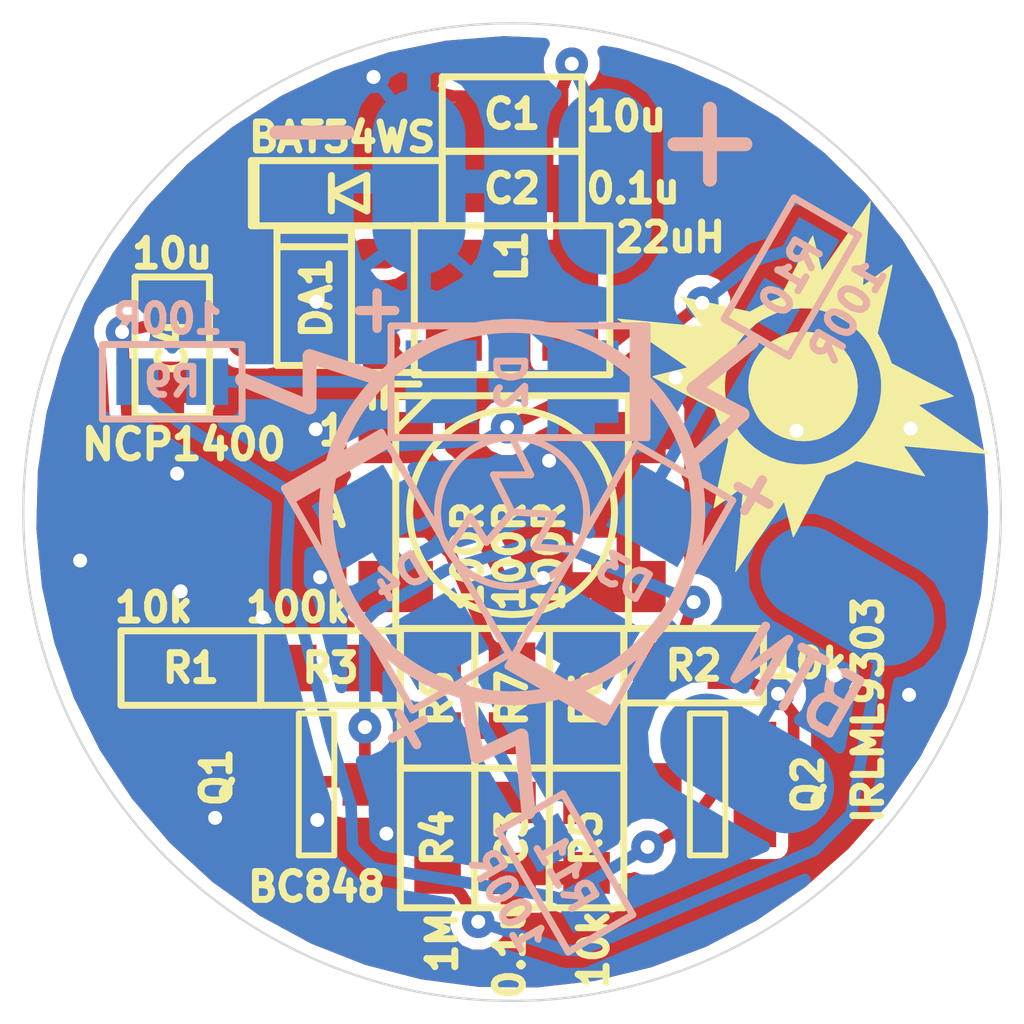
<source format=kicad_pcb>
(kicad_pcb (version 20171130) (host pcbnew "(6.0.0-rc1-dev-107-gb6934bf54)")

  (general
    (thickness 1.6)
    (drawings 31)
    (tracks 330)
    (zones 0)
    (modules 29)
    (nets 16)
  )

  (page A4)
  (layers
    (0 F.Cu signal hide)
    (31 B.Cu signal)
    (36 B.SilkS user)
    (37 F.SilkS user hide)
    (38 B.Mask user hide)
    (39 F.Mask user hide)
    (40 Dwgs.User user hide)
    (44 Edge.Cuts user)
    (45 Margin user hide)
    (46 B.CrtYd user hide)
    (47 F.CrtYd user hide)
    (49 F.Fab user hide)
  )

  (setup
    (last_trace_width 0.25)
    (trace_clearance 0.22)
    (zone_clearance 0.25)
    (zone_45_only yes)
    (trace_min 0.2)
    (via_size 0.7)
    (via_drill 0.3)
    (via_min_size 0.7)
    (via_min_drill 0.3)
    (uvia_size 0.3)
    (uvia_drill 0.1)
    (uvias_allowed no)
    (uvia_min_size 0.2)
    (uvia_min_drill 0.1)
    (edge_width 0.05)
    (segment_width 0.2)
    (pcb_text_width 0.3)
    (pcb_text_size 1.5 1.5)
    (mod_edge_width 0.15)
    (mod_text_size 0.6 0.6)
    (mod_text_width 0.15)
    (pad_size 1.524 1.778)
    (pad_drill 0)
    (pad_to_mask_clearance 0.1)
    (solder_mask_min_width 0.15)
    (aux_axis_origin 0 0)
    (visible_elements 7FEFF67F)
    (pcbplotparams
      (layerselection 0x010fc_ffffffff)
      (usegerberextensions false)
      (usegerberattributes false)
      (usegerberadvancedattributes false)
      (creategerberjobfile false)
      (excludeedgelayer true)
      (linewidth 0.150000)
      (plotframeref false)
      (viasonmask false)
      (mode 1)
      (useauxorigin false)
      (hpglpennumber 1)
      (hpglpenspeed 20)
      (hpglpendiameter 15.000000)
      (psnegative false)
      (psa4output false)
      (plotreference true)
      (plotvalue true)
      (plotinvisibletext false)
      (padsonsilk false)
      (subtractmaskfromsilk false)
      (outputformat 1)
      (mirror false)
      (drillshape 1)
      (scaleselection 1)
      (outputdirectory ""))
  )

  (net 0 "")
  (net 1 +3.3V)
  (net 2 GND)
  (net 3 /Lout)
  (net 4 "Net-(Q1-Pad1)")
  (net 5 "Net-(Q1-Pad3)")
  (net 6 "Net-(Q2-Pad1)")
  (net 7 "Net-(D4-PadA)")
  (net 8 "Net-(D3-PadA)")
  (net 9 "Net-(D2-PadA)")
  (net 10 "Net-(Q3-Pad3)")
  (net 11 "Net-(Q3-Pad2)")
  (net 12 "Net-(Q3-Pad1)")
  (net 13 "Net-(C3-Pad1)")
  (net 14 +BATT)
  (net 15 /CTRLED)

  (net_class Default "This is the default net class."
    (clearance 0.22)
    (trace_width 0.25)
    (via_dia 0.7)
    (via_drill 0.3)
    (uvia_dia 0.3)
    (uvia_drill 0.1)
    (add_net +3.3V)
    (add_net +BATT)
    (add_net /CTRLED)
    (add_net /Lout)
    (add_net GND)
    (add_net "Net-(C3-Pad1)")
    (add_net "Net-(D2-PadA)")
    (add_net "Net-(D3-PadA)")
    (add_net "Net-(D4-PadA)")
    (add_net "Net-(Q1-Pad1)")
    (add_net "Net-(Q1-Pad3)")
    (add_net "Net-(Q2-Pad1)")
    (add_net "Net-(Q3-Pad1)")
    (add_net "Net-(Q3-Pad2)")
    (add_net "Net-(Q3-Pad3)")
  )

  (module Pictures:OldSithEmpire_6x6 (layer F.Cu) (tedit 0) (tstamp 5B5517EF)
    (at 126.25 57.3 25)
    (path /5B54F156)
    (fp_text reference Logo1 (at 0 0 25) (layer F.SilkS) hide
      (effects (font (size 1.524 1.524) (thickness 0.3)))
    )
    (fp_text value Logo (at 0.75 0 25) (layer F.SilkS) hide
      (effects (font (size 1.524 1.524) (thickness 0.3)))
    )
    (fp_poly (pts (xy -2.992416 -2.997161) (xy -2.976935 -2.988182) (xy -2.942504 -2.968076) (xy -2.891038 -2.937964)
      (xy -2.824448 -2.898967) (xy -2.744647 -2.852206) (xy -2.653545 -2.798803) (xy -2.553056 -2.739878)
      (xy -2.445092 -2.676553) (xy -2.331565 -2.609949) (xy -2.214387 -2.541187) (xy -2.09547 -2.471388)
      (xy -1.976727 -2.401674) (xy -1.925335 -2.371496) (xy -1.825329 -2.312928) (xy -1.731791 -2.258459)
      (xy -1.646761 -2.209254) (xy -1.572279 -2.16648) (xy -1.510384 -2.131301) (xy -1.463116 -2.104884)
      (xy -1.432514 -2.088393) (xy -1.420618 -2.082995) (xy -1.42056 -2.083027) (xy -1.421505 -2.095714)
      (xy -1.426632 -2.129119) (xy -1.435406 -2.180236) (xy -1.447294 -2.246056) (xy -1.46176 -2.323573)
      (xy -1.478271 -2.409779) (xy -1.48258 -2.43195) (xy -1.50456 -2.544645) (xy -1.522305 -2.635779)
      (xy -1.536159 -2.707547) (xy -1.546461 -2.76214) (xy -1.553552 -2.801754) (xy -1.557775 -2.82858)
      (xy -1.55947 -2.844812) (xy -1.558978 -2.852644) (xy -1.556641 -2.854269) (xy -1.5528 -2.851881)
      (xy -1.547796 -2.847672) (xy -1.547177 -2.847182) (xy -1.533538 -2.836685) (xy -1.503214 -2.813424)
      (xy -1.458733 -2.779334) (xy -1.402622 -2.736353) (xy -1.337407 -2.686414) (xy -1.265615 -2.631456)
      (xy -1.239762 -2.611668) (xy -1.147467 -2.540987) (xy -1.042608 -2.460608) (xy -0.931784 -2.375598)
      (xy -0.821595 -2.291019) (xy -0.718642 -2.211937) (xy -0.653143 -2.161582) (xy -0.356809 -1.933668)
      (xy -0.241905 -1.943524) (xy -0.102646 -1.951376) (xy 0.046186 -1.952644) (xy 0.190888 -1.947327)
      (xy 0.241905 -1.943582) (xy 0.35681 -1.933784) (xy 0.707571 -2.203237) (xy 0.802027 -2.275801)
      (xy 0.90283 -2.35325) (xy 1.005295 -2.431984) (xy 1.10474 -2.508402) (xy 1.196479 -2.578906)
      (xy 1.275828 -2.639897) (xy 1.306286 -2.663311) (xy 1.373028 -2.714159) (xy 1.433231 -2.75914)
      (xy 1.484344 -2.796421) (xy 1.523817 -2.824168) (xy 1.549102 -2.840548) (xy 1.557635 -2.844015)
      (xy 1.556263 -2.830136) (xy 1.550809 -2.796038) (xy 1.541932 -2.745222) (xy 1.530296 -2.681188)
      (xy 1.516562 -2.607438) (xy 1.501392 -2.527473) (xy 1.485448 -2.444793) (xy 1.469392 -2.3629)
      (xy 1.453885 -2.285295) (xy 1.439589 -2.215479) (xy 1.431955 -2.179193) (xy 1.423648 -2.135797)
      (xy 1.419003 -2.102333) (xy 1.418859 -2.085106) (xy 1.419318 -2.08427) (xy 1.430671 -2.088951)
      (xy 1.460798 -2.10479) (xy 1.507654 -2.130625) (xy 1.569195 -2.165296) (xy 1.643374 -2.207643)
      (xy 1.728147 -2.256503) (xy 1.821469 -2.310717) (xy 1.921294 -2.369123) (xy 1.925335 -2.371496)
      (xy 2.043402 -2.440821) (xy 2.162478 -2.510721) (xy 2.280652 -2.580074) (xy 2.396011 -2.64776)
      (xy 2.506644 -2.712657) (xy 2.610637 -2.773644) (xy 2.70608 -2.8296) (xy 2.791059 -2.879404)
      (xy 2.863662 -2.921935) (xy 2.921978 -2.956071) (xy 2.964095 -2.980691) (xy 2.988099 -2.994675)
      (xy 2.992416 -2.997161) (xy 2.998625 -2.995915) (xy 2.997124 -2.992416) (xy 2.990004 -2.980228)
      (xy 2.971757 -2.949087) (xy 2.943503 -2.900902) (xy 2.906361 -2.837582) (xy 2.861451 -2.761036)
      (xy 2.809894 -2.673172) (xy 2.752807 -2.575899) (xy 2.691313 -2.471125) (xy 2.646545 -2.394857)
      (xy 2.578428 -2.278807) (xy 2.51057 -2.163182) (xy 2.444593 -2.050748) (xy 2.382119 -1.944269)
      (xy 2.324769 -1.84651) (xy 2.274166 -1.760234) (xy 2.231931 -1.688208) (xy 2.199687 -1.633195)
      (xy 2.190131 -1.616882) (xy 2.154886 -1.555948) (xy 2.124775 -1.50244) (xy 2.101622 -1.459721)
      (xy 2.087253 -1.431157) (xy 2.083433 -1.420155) (xy 2.092039 -1.420025) (xy 2.115334 -1.423111)
      (xy 2.154519 -1.429637) (xy 2.210794 -1.439829) (xy 2.285359 -1.453911) (xy 2.379416 -1.472108)
      (xy 2.494165 -1.494645) (xy 2.630807 -1.521747) (xy 2.707013 -1.53694) (xy 2.759508 -1.546891)
      (xy 2.803224 -1.554187) (xy 2.832718 -1.557978) (xy 2.842165 -1.558035) (xy 2.836854 -1.548055)
      (xy 2.817969 -1.520568) (xy 2.786728 -1.477207) (xy 2.74435 -1.419607) (xy 2.692052 -1.349403)
      (xy 2.631053 -1.268226) (xy 2.562571 -1.177712) (xy 2.487825 -1.079494) (xy 2.408032 -0.975207)
      (xy 2.393026 -0.955654) (xy 1.933414 -0.35707) (xy 1.943398 -0.242035) (xy 1.95134 -0.102948)
      (xy 1.952646 0.045768) (xy 1.947315 0.190478) (xy 1.94352 0.241905) (xy 1.933658 0.35681)
      (xy 2.156236 0.647095) (xy 2.225478 0.737374) (xy 2.30467 0.840582) (xy 2.389016 0.950472)
      (xy 2.473722 1.060798) (xy 2.553991 1.165312) (xy 2.615838 1.24581) (xy 2.672935 1.320575)
      (xy 2.72451 1.389014) (xy 2.768898 1.448843) (xy 2.804432 1.497779) (xy 2.829445 1.53354)
      (xy 2.842272 1.553842) (xy 2.843437 1.557649) (xy 2.83285 1.557098) (xy 2.806385 1.553131)
      (xy 2.762965 1.545544) (xy 2.70151 1.534131) (xy 2.620942 1.518689) (xy 2.520182 1.499012)
      (xy 2.398152 1.474895) (xy 2.253773 1.446135) (xy 2.215302 1.438444) (xy 2.163303 1.428697)
      (xy 2.12064 1.421934) (xy 2.092506 1.418901) (xy 2.08404 1.419548) (xy 2.088492 1.431036)
      (xy 2.103926 1.460885) (xy 2.128974 1.506654) (xy 2.162269 1.565904) (xy 2.202442 1.636194)
      (xy 2.248126 1.715084) (xy 2.286251 1.780246) (xy 2.359799 1.905431) (xy 2.434101 2.031936)
      (xy 2.508089 2.157944) (xy 2.580698 2.281637) (xy 2.650862 2.401195) (xy 2.717512 2.514802)
      (xy 2.779585 2.620637) (xy 2.836011 2.716883) (xy 2.885727 2.801722) (xy 2.927664 2.873335)
      (xy 2.960757 2.929904) (xy 2.983939 2.96961) (xy 2.996143 2.990635) (xy 2.997161 2.992416)
      (xy 2.995915 2.998625) (xy 2.992416 2.997124) (xy 2.980237 2.99001) (xy 2.949094 2.971763)
      (xy 2.900886 2.943498) (xy 2.837512 2.906328) (xy 2.760871 2.861367) (xy 2.67286 2.809728)
      (xy 2.575379 2.752526) (xy 2.470326 2.690873) (xy 2.38881 2.64303) (xy 2.274154 2.575738)
      (xy 2.161506 2.509634) (xy 2.053375 2.446188) (xy 1.952268 2.386873) (xy 1.860694 2.333159)
      (xy 1.781161 2.286517) (xy 1.716177 2.24842) (xy 1.668251 2.220337) (xy 1.651 2.210238)
      (xy 1.594227 2.176983) (xy 1.541533 2.146057) (xy 1.498173 2.120547) (xy 1.469406 2.103545)
      (xy 1.465911 2.101464) (xy 1.439183 2.087442) (xy 1.422488 2.082276) (xy 1.420756 2.082832)
      (xy 1.42165 2.095569) (xy 1.426733 2.129023) (xy 1.435469 2.180183) (xy 1.447327 2.24604)
      (xy 1.461774 2.323584) (xy 1.478276 2.409805) (xy 1.48258 2.43195) (xy 1.504561 2.544653)
      (xy 1.522308 2.635794) (xy 1.536163 2.707565) (xy 1.546465 2.762157) (xy 1.553557 2.801762)
      (xy 1.55778 2.828571) (xy 1.559475 2.844777) (xy 1.558983 2.852571) (xy 1.556645 2.854145)
      (xy 1.552802 2.85169) (xy 1.547796 2.847398) (xy 1.547177 2.846898) (xy 1.534435 2.83703)
      (xy 1.504405 2.813909) (xy 1.458997 2.779002) (xy 1.40012 2.733775) (xy 1.329685 2.679696)
      (xy 1.249599 2.61823) (xy 1.161775 2.550844) (xy 1.068119 2.479003) (xy 1.052286 2.46686)
      (xy 0.953949 2.391436) (xy 0.857926 2.317777) (xy 0.766635 2.247737) (xy 0.682489 2.18317)
      (xy 0.607906 2.125929) (xy 0.545302 2.07787) (xy 0.497092 2.040845) (xy 0.465964 2.016918)
      (xy 0.357404 1.933389) (xy 0.242202 1.943385) (xy 0.102123 1.951368) (xy -0.047318 1.952614)
      (xy -0.192356 1.947125) (xy -0.241908 1.943407) (xy -0.356816 1.933433) (xy -0.647099 2.155907)
      (xy -0.737372 2.225121) (xy -0.840572 2.30429) (xy -0.950453 2.38862) (xy -1.060768 2.473318)
      (xy -1.165272 2.553588) (xy -1.245776 2.615455) (xy -1.32064 2.672775) (xy -1.389213 2.724837)
      (xy -1.449199 2.769932) (xy -1.4983 2.80635) (xy -1.534218 2.832382) (xy -1.554657 2.846317)
      (xy -1.558523 2.848176) (xy -1.558094 2.835291) (xy -1.553597 2.803697) (xy -1.545817 2.758385)
      (xy -1.537261 2.713079) (xy -1.526656 2.658937) (xy -1.512664 2.587487) (xy -1.496543 2.50516)
      (xy -1.479553 2.418388) (xy -1.463318 2.335466) (xy -1.449124 2.261427) (xy -1.437105 2.195735)
      (xy -1.42787 2.141975) (xy -1.422025 2.103729) (xy -1.420179 2.084578) (xy -1.420477 2.08311)
      (xy -1.433261 2.085141) (xy -1.458187 2.097015) (xy -1.465911 2.101464) (xy -1.491182 2.116425)
      (xy -1.532081 2.140502) (xy -1.583351 2.170605) (xy -1.639736 2.203645) (xy -1.651 2.210238)
      (xy -1.689133 2.23257) (xy -1.745619 2.265678) (xy -1.817949 2.30809) (xy -1.903617 2.358335)
      (xy -2.000113 2.41494) (xy -2.104929 2.476436) (xy -2.215557 2.541351) (xy -2.329488 2.608213)
      (xy -2.388809 2.64303) (xy -2.498245 2.707259) (xy -2.601513 2.767862) (xy -2.696716 2.823726)
      (xy -2.781955 2.873737) (xy -2.855332 2.916781) (xy -2.914947 2.951744) (xy -2.958903 2.977513)
      (xy -2.985302 2.992974) (xy -2.992416 2.997124) (xy -2.998649 2.995913) (xy -2.997161 2.992416)
      (xy -2.987243 2.975283) (xy -2.966138 2.939111) (xy -2.934912 2.885718) (xy -2.894631 2.816923)
      (xy -2.846363 2.734544) (xy -2.791173 2.6404) (xy -2.730128 2.536309) (xy -2.664294 2.424089)
      (xy -2.594738 2.305558) (xy -2.522526 2.182536) (xy -2.448725 2.05684) (xy -2.374401 1.930288)
      (xy -2.30062 1.8047) (xy -2.286251 1.780246) (xy -2.237252 1.696391) (xy -2.192709 1.619254)
      (xy -2.15399 1.551277) (xy -2.122463 1.494898) (xy -2.099494 1.452558) (xy -2.086454 1.426697)
      (xy -2.08404 1.419548) (xy -2.097697 1.419252) (xy -2.12982 1.423255) (xy -2.175216 1.430808)
      (xy -2.215302 1.438444) (xy -2.36534 1.468376) (xy -2.492759 1.493614) (xy -2.59863 1.514359)
      (xy -2.684023 1.530815) (xy -2.750009 1.543186) (xy -2.797657 1.551674) (xy -2.828038 1.556482)
      (xy -2.842224 1.557814) (xy -2.843312 1.557649) (xy -2.837796 1.547733) (xy -2.818721 1.520302)
      (xy -2.787306 1.476988) (xy -2.744775 1.419425) (xy -2.692347 1.349245) (xy -2.631244 1.268084)
      (xy -2.562687 1.177573) (xy -2.487898 1.079347) (xy -2.408098 0.975038) (xy -2.393128 0.955524)
      (xy -1.933646 0.35681) (xy -1.943513 0.241905) (xy -1.95139 0.102311) (xy -1.952237 0)
      (xy -1.67519 0) (xy -1.672759 0.127505) (xy -1.664741 0.23799) (xy -1.650055 0.338201)
      (xy -1.627617 0.434884) (xy -1.596344 0.534787) (xy -1.583621 0.570372) (xy -1.503939 0.75322)
      (xy -1.404325 0.923843) (xy -1.286386 1.080834) (xy -1.151725 1.222792) (xy -1.001947 1.348312)
      (xy -0.838657 1.45599) (xy -0.663459 1.544422) (xy -0.477959 1.612204) (xy -0.356809 1.64361)
      (xy -0.29875 1.656095) (xy -0.251375 1.665195) (xy -0.209094 1.671348) (xy -0.166313 1.67499)
      (xy -0.11744 1.67656) (xy -0.056884 1.676492) (xy 0.020949 1.675226) (xy 0.042333 1.674802)
      (xy 0.129906 1.672343) (xy 0.199951 1.668473) (xy 0.259122 1.662506) (xy 0.314071 1.653756)
      (xy 0.371451 1.641539) (xy 0.376412 1.640375) (xy 0.569187 1.582776) (xy 0.751698 1.503956)
      (xy 0.922466 1.405228) (xy 1.080007 1.287904) (xy 1.222843 1.153298) (xy 1.349491 1.002722)
      (xy 1.458471 0.837488) (xy 1.548301 0.658909) (xy 1.583621 0.570372) (xy 1.618116 0.467863)
      (xy 1.643412 0.370848) (xy 1.66059 0.272581) (xy 1.670734 0.166313) (xy 1.674928 0.045299)
      (xy 1.675191 0) (xy 1.674765 -0.085819) (xy 1.673173 -0.153221) (xy 1.669942 -0.20797)
      (xy 1.664598 -0.255829) (xy 1.656668 -0.302563) (xy 1.646401 -0.350762) (xy 1.589784 -0.547991)
      (xy 1.512599 -0.733567) (xy 1.416015 -0.906321) (xy 1.301202 -1.065084) (xy 1.16933 -1.208686)
      (xy 1.021569 -1.335958) (xy 0.859089 -1.445732) (xy 0.683059 -1.536838) (xy 0.49465 -1.608106)
      (xy 0.349388 -1.647064) (xy 0.298389 -1.657682) (xy 0.251148 -1.665309) (xy 0.201898 -1.670408)
      (xy 0.144869 -1.673443) (xy 0.074295 -1.67488) (xy 0 -1.67519) (xy -0.086482 -1.674742)
      (xy -0.154553 -1.673085) (xy -0.209982 -1.669757) (xy -0.258536 -1.664293) (xy -0.305985 -1.656228)
      (xy -0.349388 -1.647064) (xy -0.545324 -1.591984) (xy -0.727707 -1.517185) (xy -0.898126 -1.421813)
      (xy -1.05817 -1.305014) (xy -1.167417 -1.207609) (xy -1.305235 -1.058983) (xy -1.42195 -0.89875)
      (xy -1.517862 -0.726375) (xy -1.593268 -0.541322) (xy -1.647064 -0.349388) (xy -1.657682 -0.298389)
      (xy -1.665309 -0.251148) (xy -1.670408 -0.201898) (xy -1.673443 -0.144869) (xy -1.67488 -0.074294)
      (xy -1.67519 0) (xy -1.952237 0) (xy -1.952623 -0.046516) (xy -1.947213 -0.190934)
      (xy -1.943398 -0.242035) (xy -1.933414 -0.35707) (xy -2.393026 -0.955654) (xy -2.473608 -1.060873)
      (xy -2.549366 -1.16032) (xy -2.619081 -1.252361) (xy -2.681536 -1.335363) (xy -2.735512 -1.407691)
      (xy -2.779791 -1.467713) (xy -2.813155 -1.513793) (xy -2.834385 -1.544298) (xy -2.842264 -1.557594)
      (xy -2.842165 -1.558035) (xy -2.826611 -1.557365) (xy -2.792828 -1.552564) (xy -2.746261 -1.544484)
      (xy -2.707013 -1.53694) (xy -2.55871 -1.50742) (xy -2.432927 -1.482582) (xy -2.328494 -1.462208)
      (xy -2.244241 -1.446077) (xy -2.179 -1.433971) (xy -2.131601 -1.42567) (xy -2.100874 -1.420955)
      (xy -2.085651 -1.419608) (xy -2.083559 -1.420029) (xy -2.087807 -1.431542) (xy -2.102678 -1.460697)
      (xy -2.126443 -1.504337) (xy -2.157373 -1.559304) (xy -2.19374 -1.622441) (xy -2.204539 -1.640946)
      (xy -2.27354 -1.758821) (xy -2.339113 -1.87079) (xy -2.403577 -1.980808) (xy -2.469254 -2.092833)
      (xy -2.538463 -2.210822) (xy -2.613524 -2.33873) (xy -2.696757 -2.480515) (xy -2.767196 -2.600476)
      (xy -2.818498 -2.68785) (xy -2.865995 -2.768762) (xy -2.90828 -2.840812) (xy -2.943945 -2.901603)
      (xy -2.971582 -2.948733) (xy -2.989783 -2.979804) (xy -2.997141 -2.992416) (xy -2.997142 -2.992416)
      (xy -2.995911 -2.998648) (xy -2.992416 -2.997161)) (layer F.SilkS) (width 0.01))
    (fp_poly (pts (xy 0.066404 -1.166536) (xy 0.162685 -1.160674) (xy 0.247113 -1.149691) (xy 0.293718 -1.139417)
      (xy 0.417865 -1.096918) (xy 0.543206 -1.0387) (xy 0.662136 -0.9689) (xy 0.767051 -0.891659)
      (xy 0.797101 -0.865424) (xy 0.882986 -0.774722) (xy 0.963727 -0.666593) (xy 1.035298 -0.547776)
      (xy 1.093674 -0.425009) (xy 1.134829 -0.305031) (xy 1.137109 -0.296333) (xy 1.16636 -0.13431)
      (xy 1.172447 0.029346) (xy 1.156018 0.192022) (xy 1.117724 0.351107) (xy 1.058215 0.50399)
      (xy 0.978142 0.648057) (xy 0.878155 0.780698) (xy 0.865424 0.795085) (xy 0.777777 0.879311)
      (xy 0.672414 0.959032) (xy 0.555801 1.030364) (xy 0.434404 1.089426) (xy 0.31469 1.132334)
      (xy 0.29457 1.137847) (xy 0.228009 1.150873) (xy 0.145195 1.160626) (xy 0.053886 1.166755)
      (xy -0.038157 1.168909) (xy -0.123175 1.166736) (xy -0.193048 1.159941) (xy -0.340293 1.125573)
      (xy -0.484744 1.069291) (xy -0.622874 0.993359) (xy -0.751155 0.900042) (xy -0.866061 0.791604)
      (xy -0.964063 0.670311) (xy -0.970723 0.660628) (xy -1.021974 0.575617) (xy -1.070895 0.477165)
      (xy -1.112608 0.375889) (xy -1.139248 0.293718) (xy -1.153585 0.22122) (xy -1.162826 0.132129)
      (xy -1.166979 0.033496) (xy -1.16605 -0.067626) (xy -1.160046 -0.164184) (xy -1.148976 -0.249126)
      (xy -1.138645 -0.296333) (xy -1.110556 -0.380938) (xy -1.071092 -0.474549) (xy -1.024438 -0.568615)
      (xy -0.974781 -0.654584) (xy -0.93432 -0.713619) (xy -0.830068 -0.831613) (xy -0.707914 -0.936267)
      (xy -0.571568 -1.025108) (xy -0.424738 -1.095664) (xy -0.296333 -1.138904) (xy -0.223099 -1.153462)
      (xy -0.133534 -1.162924) (xy -0.034685 -1.167284) (xy 0.066404 -1.166536)) (layer F.SilkS) (width 0.01))
  )

  (module Capacitors:CAP_0603 (layer F.Cu) (tedit 5A9488DC) (tstamp 5B53E484)
    (at 120 51.45)
    (path /5B55336F)
    (attr smd)
    (fp_text reference C1 (at 0 0) (layer F.SilkS)
      (effects (font (size 0.6 0.6) (thickness 0.15)))
    )
    (fp_text value 10u (at 2.45 0.05) (layer F.SilkS)
      (effects (font (size 0.6 0.6) (thickness 0.15)))
    )
    (fp_line (start -1.5 0.8) (end -1.5 0) (layer F.SilkS) (width 0.15))
    (fp_line (start 1.5 0.8) (end -1.5 0.8) (layer F.SilkS) (width 0.15))
    (fp_line (start 1.5 -0.8) (end 1.5 0.8) (layer F.SilkS) (width 0.15))
    (fp_line (start -1.5 -0.8) (end 1.5 -0.8) (layer F.SilkS) (width 0.15))
    (fp_line (start -1.5 0) (end -1.5 -0.8) (layer F.SilkS) (width 0.15))
    (pad 2 smd rect (at 0.762 0) (size 0.889 1.016) (layers F.Cu F.Paste F.Mask)
      (net 14 +BATT))
    (pad 1 smd rect (at -0.762 0) (size 0.889 1.016) (layers F.Cu F.Paste F.Mask)
      (net 2 GND))
    (model ${KICAD_SYMBOL_DIR}/3d/Capacitors/C_0603.step
      (at (xyz 0 0 0))
      (scale (xyz 1 1 1))
      (rotate (xyz 0 0 0))
    )
  )

  (module Capacitors:CAP_0603 (layer F.Cu) (tedit 5A9488DC) (tstamp 5B53E479)
    (at 120 53.05)
    (path /5B553381)
    (attr smd)
    (fp_text reference C2 (at 0 0) (layer F.SilkS)
      (effects (font (size 0.6 0.6) (thickness 0.15)))
    )
    (fp_text value 0.1u (at 2.6 0) (layer F.SilkS)
      (effects (font (size 0.6 0.6) (thickness 0.15)))
    )
    (fp_line (start -1.5 0.8) (end -1.5 0) (layer F.SilkS) (width 0.15))
    (fp_line (start 1.5 0.8) (end -1.5 0.8) (layer F.SilkS) (width 0.15))
    (fp_line (start 1.5 -0.8) (end 1.5 0.8) (layer F.SilkS) (width 0.15))
    (fp_line (start -1.5 -0.8) (end 1.5 -0.8) (layer F.SilkS) (width 0.15))
    (fp_line (start -1.5 0) (end -1.5 -0.8) (layer F.SilkS) (width 0.15))
    (pad 2 smd rect (at 0.762 0) (size 0.889 1.016) (layers F.Cu F.Paste F.Mask)
      (net 14 +BATT))
    (pad 1 smd rect (at -0.762 0) (size 0.889 1.016) (layers F.Cu F.Paste F.Mask)
      (net 2 GND))
    (model ${KICAD_SYMBOL_DIR}/3d/Capacitors/C_0603.step
      (at (xyz 0 0 0))
      (scale (xyz 1 1 1))
      (rotate (xyz 0 0 0))
    )
  )

  (module Capacitors:CAP_0603 (layer F.Cu) (tedit 5A9488DC) (tstamp 5B53E46E)
    (at 120 67 270)
    (path /5B5662F1)
    (attr smd)
    (fp_text reference C3 (at 0 0 270) (layer F.SilkS)
      (effects (font (size 0.6 0.6) (thickness 0.15)))
    )
    (fp_text value 0.1u (at 2.45 0.05 270) (layer F.SilkS)
      (effects (font (size 0.6 0.6) (thickness 0.15)))
    )
    (fp_line (start -1.5 0.8) (end -1.5 0) (layer F.SilkS) (width 0.15))
    (fp_line (start 1.5 0.8) (end -1.5 0.8) (layer F.SilkS) (width 0.15))
    (fp_line (start 1.5 -0.8) (end 1.5 0.8) (layer F.SilkS) (width 0.15))
    (fp_line (start -1.5 -0.8) (end 1.5 -0.8) (layer F.SilkS) (width 0.15))
    (fp_line (start -1.5 0) (end -1.5 -0.8) (layer F.SilkS) (width 0.15))
    (pad 2 smd rect (at 0.762 0 270) (size 0.889 1.016) (layers F.Cu F.Paste F.Mask)
      (net 2 GND))
    (pad 1 smd rect (at -0.762 0 270) (size 0.889 1.016) (layers F.Cu F.Paste F.Mask)
      (net 13 "Net-(C3-Pad1)"))
    (model ${KICAD_SYMBOL_DIR}/3d/Capacitors/C_0603.step
      (at (xyz 0 0 0))
      (scale (xyz 1 1 1))
      (rotate (xyz 0 0 0))
    )
  )

  (module Capacitors:CAP_0603 (layer F.Cu) (tedit 5A9488DC) (tstamp 5B53E463)
    (at 112.7 56.45 90)
    (path /5B55337A)
    (attr smd)
    (fp_text reference C4 (at 0 0 90) (layer F.SilkS)
      (effects (font (size 0.6 0.6) (thickness 0.15)))
    )
    (fp_text value 10u (at 2 0 180) (layer F.SilkS)
      (effects (font (size 0.6 0.6) (thickness 0.15)))
    )
    (fp_line (start -1.5 0.8) (end -1.5 0) (layer F.SilkS) (width 0.15))
    (fp_line (start 1.5 0.8) (end -1.5 0.8) (layer F.SilkS) (width 0.15))
    (fp_line (start 1.5 -0.8) (end 1.5 0.8) (layer F.SilkS) (width 0.15))
    (fp_line (start -1.5 -0.8) (end 1.5 -0.8) (layer F.SilkS) (width 0.15))
    (fp_line (start -1.5 0) (end -1.5 -0.8) (layer F.SilkS) (width 0.15))
    (pad 2 smd rect (at 0.762 0 90) (size 0.889 1.016) (layers F.Cu F.Paste F.Mask)
      (net 1 +3.3V))
    (pad 1 smd rect (at -0.762 0 90) (size 0.889 1.016) (layers F.Cu F.Paste F.Mask)
      (net 2 GND))
    (model ${KICAD_SYMBOL_DIR}/3d/Capacitors/C_0603.step
      (at (xyz 0 0 0))
      (scale (xyz 1 1 1))
      (rotate (xyz 0 0 0))
    )
  )

  (module Connectors:Pad_2x4_Oval (layer B.Cu) (tedit 5B071935) (tstamp 5B53E458)
    (at 125.05 65.4 240)
    (descr "Single pad")
    (path /5B572906)
    (fp_text reference XL3 (at -0.25 2.15 240) (layer B.SilkS) hide
      (effects (font (size 0.6 0.6) (thickness 0.15)) (justify mirror))
    )
    (fp_text value CONN_1 (at 0.15 -2.35 240) (layer B.SilkS) hide
      (effects (font (size 0.635 0.635) (thickness 0.15875)) (justify mirror))
    )
    (pad 1 smd oval (at 0 0 240) (size 2 4) (layers B.Cu B.Mask)
      (net 6 "Net-(Q2-Pad1)"))
  )

  (module Connectors:Pad_2x4_Oval (layer B.Cu) (tedit 5B071935) (tstamp 5B53E453)
    (at 118 52.9)
    (descr "Single pad")
    (path /5B56E858)
    (fp_text reference XL2 (at -0.25 2.15) (layer B.SilkS) hide
      (effects (font (size 0.6 0.6) (thickness 0.15)) (justify mirror))
    )
    (fp_text value CONN_1 (at 0.15 -2.35) (layer B.SilkS) hide
      (effects (font (size 0.635 0.635) (thickness 0.15875)) (justify mirror))
    )
    (pad 1 smd oval (at 0 0) (size 2 4) (layers B.Cu B.Mask)
      (net 2 GND))
  )

  (module Connectors:Pad_2x4_Oval (layer B.Cu) (tedit 5B071935) (tstamp 5B53E44E)
    (at 122 52.9)
    (descr "Single pad")
    (path /5B56D1FD)
    (fp_text reference XL1 (at -0.25 2.15) (layer B.SilkS) hide
      (effects (font (size 0.6 0.6) (thickness 0.15)) (justify mirror))
    )
    (fp_text value CONN_1 (at 0.15 -2.35) (layer B.SilkS) hide
      (effects (font (size 0.635 0.635) (thickness 0.15875)) (justify mirror))
    )
    (pad 1 smd oval (at 0 0) (size 2 4) (layers B.Cu B.Mask)
      (net 14 +BATT))
  )

  (module Connectors:Pad_2x4_Oval (layer B.Cu) (tedit 5B071935) (tstamp 5B53F0C2)
    (at 127.2 61.8 240)
    (descr "Single pad")
    (path /5B577DBE)
    (fp_text reference XL4 (at -0.25 2.15 240) (layer B.SilkS) hide
      (effects (font (size 0.6 0.6) (thickness 0.15)) (justify mirror))
    )
    (fp_text value CONN_1 (at 0.15 -2.35 240) (layer B.SilkS) hide
      (effects (font (size 0.635 0.635) (thickness 0.15875)) (justify mirror))
    )
    (pad 1 smd oval (at 0 0 240) (size 2 4) (layers B.Cu B.Mask)
      (net 13 "Net-(C3-Pad1)"))
  )

  (module Diodes:SOD323 (layer F.Cu) (tedit 5A968372) (tstamp 5B53E444)
    (at 116.5 53.15)
    (path /5B553394)
    (attr smd)
    (fp_text reference D1 (at 0.15 -1.24968) (layer F.Fab)
      (effects (font (size 0.59944 0.59944) (thickness 0.14986)))
    )
    (fp_text value BAT54WS (at -0.15 -1.2) (layer F.SilkS)
      (effects (font (size 0.59944 0.59944) (thickness 0.14986)))
    )
    (fp_line (start -2 -0.7) (end -2.1 -0.7) (layer F.SilkS) (width 0.15))
    (fp_line (start -2.1 -0.7) (end -2.1 0.7) (layer F.SilkS) (width 0.15))
    (fp_line (start -2.1 0.7) (end -2 0.7) (layer F.SilkS) (width 0.15))
    (fp_line (start -2 -0.7) (end 2 -0.7) (layer F.SilkS) (width 0.15))
    (fp_line (start 2 -0.7) (end 2 0.7) (layer F.SilkS) (width 0.15))
    (fp_line (start 2 0.7) (end -2 0.7) (layer F.SilkS) (width 0.15))
    (fp_line (start -2 0.7) (end -2 -0.7) (layer F.SilkS) (width 0.15))
    (fp_line (start -0.381 0.381) (end -0.381 -0.381) (layer F.SilkS) (width 0.15))
    (fp_line (start 0.381 0) (end 0.381 -0.381) (layer F.SilkS) (width 0.15))
    (fp_line (start 0.381 -0.381) (end -0.381 0) (layer F.SilkS) (width 0.15))
    (fp_line (start -0.381 0) (end 0.381 0.381) (layer F.SilkS) (width 0.15))
    (fp_line (start 0.381 0.381) (end 0.381 0) (layer F.SilkS) (width 0.15))
    (pad C smd rect (at -1.30048 0) (size 1.00076 1.00076) (layers F.Cu F.Paste F.Mask)
      (net 1 +3.3V))
    (pad A smd rect (at 1.30048 0) (size 1.00076 1.00076) (layers F.Cu F.Paste F.Mask)
      (net 3 /Lout))
    (model ${KICAD_SYMBOL_DIR}/3d/Diodes/SOD323F.step
      (at (xyz 0 0 0))
      (scale (xyz 1 1 1))
      (rotate (xyz -90 0 180))
    )
  )

  (module Inductors:IND_1210_LQH32C (layer F.Cu) (tedit 5A968462) (tstamp 5B53E432)
    (at 120 55.45)
    (path /5B553321)
    (attr smd)
    (fp_text reference L1 (at 0 -0.95 90) (layer F.SilkS)
      (effects (font (size 0.6 0.6) (thickness 0.15)))
    )
    (fp_text value 22uH (at 3.4 -1.35) (layer F.SilkS)
      (effects (font (size 0.6 0.6) (thickness 0.15)))
    )
    (fp_line (start -2.1 -1.6) (end 2.1 -1.6) (layer F.SilkS) (width 0.15))
    (fp_line (start -2.1 1.6) (end -2.1 -1.6) (layer F.SilkS) (width 0.15))
    (fp_line (start 2.1 1.6) (end -2.1 1.6) (layer F.SilkS) (width 0.15))
    (fp_line (start 2.1 -1.6) (end 2.1 1.6) (layer F.SilkS) (width 0.15))
    (pad 2 smd rect (at 1.25 0) (size 1.2 2.6) (layers F.Cu F.Paste F.Mask)
      (net 14 +BATT))
    (pad 1 smd rect (at -1.25 0) (size 1.2 2.6) (layers F.Cu F.Paste F.Mask)
      (net 3 /Lout))
    (model ${KICAD_SYMBOL_DIR}/3d/Resistors/R_1210.step
      (at (xyz 0 0 0))
      (scale (xyz 1 1 4))
      (rotate (xyz 0 0 0))
    )
  )

  (module LEDs:LED_1206 (layer B.Cu) (tedit 5B54CED7) (tstamp 5B53E428)
    (at 120 57.2)
    (path /5B55603E)
    (attr smd)
    (fp_text reference D2 (at 0 0 90) (layer B.SilkS)
      (effects (font (size 0.6 0.6) (thickness 0.15)) (justify mirror))
    )
    (fp_text value LED (at 0 -1.89992) (layer B.SilkS) hide
      (effects (font (size 0.6 0.6) (thickness 0.15)) (justify mirror))
    )
    (fp_line (start -2.6 0) (end -2.6 1.2) (layer B.SilkS) (width 0.15))
    (fp_line (start -2.6 1.2) (end 2.6 1.2) (layer B.SilkS) (width 0.15))
    (fp_line (start 2.6 1.2) (end 2.6 -1.2) (layer B.SilkS) (width 0.15))
    (fp_line (start 2.6 -1.2) (end -2.6 -1.2) (layer B.SilkS) (width 0.15))
    (fp_line (start -2.6 -1.2) (end -2.6 0.1) (layer B.SilkS) (width 0.15))
    (fp_line (start 2.6 1.2) (end 2.9 1.199999) (layer B.SilkS) (width 0.15))
    (fp_line (start 2.9 1.199999) (end 2.900001 -1.2) (layer B.SilkS) (width 0.15))
    (fp_line (start 2.900001 -1.2) (end 2.6 -1.2) (layer B.SilkS) (width 0.15))
    (fp_line (start 2.6 -1.2) (end 2.6 -1.1) (layer B.SilkS) (width 0.15))
    (fp_line (start 2.6 -1.1) (end 2.7 -1.1) (layer B.SilkS) (width 0.15))
    (fp_line (start 2.7 -1.1) (end 2.7 1.1) (layer B.SilkS) (width 0.15))
    (fp_line (start 2.7 1.1) (end 2.8 1.1) (layer B.SilkS) (width 0.15))
    (fp_line (start 2.8 1.1) (end 2.8 -1.1) (layer B.SilkS) (width 0.15))
    (pad A smd rect (at -1.524 0) (size 1.524 1.778) (layers B.Cu B.Paste B.Mask)
      (net 9 "Net-(D2-PadA)"))
    (pad C smd rect (at 1.524 0) (size 1.524 1.778) (layers B.Cu B.Paste B.Mask)
      (net 2 GND))
    (model "${KICAD_SYMBOL_DIR}/3d/LED/Surface Mount Chip LED 3.2x1.6mm.stp"
      (offset (xyz -1.5 -0.8 0))
      (scale (xyz 1 1 1))
      (rotate (xyz 0 0 0))
    )
  )

  (module LEDs:LED_1206 (layer B.Cu) (tedit 5B54CED7) (tstamp 5B53E415)
    (at 122.4 61.4 240)
    (path /5B53B395)
    (attr smd)
    (fp_text reference D3 (at 0 0 330) (layer B.SilkS)
      (effects (font (size 0.6 0.6) (thickness 0.15)) (justify mirror))
    )
    (fp_text value LED (at 0 -1.89992 240) (layer B.SilkS) hide
      (effects (font (size 0.6 0.6) (thickness 0.15)) (justify mirror))
    )
    (fp_line (start -2.6 0) (end -2.6 1.2) (layer B.SilkS) (width 0.15))
    (fp_line (start -2.6 1.2) (end 2.6 1.2) (layer B.SilkS) (width 0.15))
    (fp_line (start 2.6 1.2) (end 2.6 -1.2) (layer B.SilkS) (width 0.15))
    (fp_line (start 2.6 -1.2) (end -2.6 -1.2) (layer B.SilkS) (width 0.15))
    (fp_line (start -2.6 -1.2) (end -2.6 0.1) (layer B.SilkS) (width 0.15))
    (fp_line (start 2.6 1.2) (end 2.9 1.199999) (layer B.SilkS) (width 0.15))
    (fp_line (start 2.9 1.199999) (end 2.900001 -1.2) (layer B.SilkS) (width 0.15))
    (fp_line (start 2.900001 -1.2) (end 2.6 -1.2) (layer B.SilkS) (width 0.15))
    (fp_line (start 2.6 -1.2) (end 2.6 -1.1) (layer B.SilkS) (width 0.15))
    (fp_line (start 2.6 -1.1) (end 2.7 -1.1) (layer B.SilkS) (width 0.15))
    (fp_line (start 2.7 -1.1) (end 2.7 1.1) (layer B.SilkS) (width 0.15))
    (fp_line (start 2.7 1.1) (end 2.8 1.1) (layer B.SilkS) (width 0.15))
    (fp_line (start 2.8 1.1) (end 2.8 -1.1) (layer B.SilkS) (width 0.15))
    (pad A smd rect (at -1.524 0 240) (size 1.524 1.778) (layers B.Cu B.Paste B.Mask)
      (net 8 "Net-(D3-PadA)"))
    (pad C smd rect (at 1.524 0 240) (size 1.524 1.778) (layers B.Cu B.Paste B.Mask)
      (net 2 GND))
    (model "${KICAD_SYMBOL_DIR}/3d/LED/Surface Mount Chip LED 3.2x1.6mm.stp"
      (offset (xyz -1.5 -0.8 0))
      (scale (xyz 1 1 1))
      (rotate (xyz 0 0 0))
    )
  )

  (module LEDs:LED_1206 (layer B.Cu) (tedit 5B54CED7) (tstamp 5B54CABF)
    (at 117.6 61.4 120)
    (path /5B53CBF6)
    (attr smd)
    (fp_text reference D4 (at 0 0 210) (layer B.SilkS)
      (effects (font (size 0.6 0.6) (thickness 0.15)) (justify mirror))
    )
    (fp_text value LED (at 0 -1.89992 120) (layer B.SilkS) hide
      (effects (font (size 0.6 0.6) (thickness 0.15)) (justify mirror))
    )
    (fp_line (start -2.6 0) (end -2.6 1.2) (layer B.SilkS) (width 0.15))
    (fp_line (start -2.6 1.2) (end 2.6 1.2) (layer B.SilkS) (width 0.15))
    (fp_line (start 2.6 1.2) (end 2.6 -1.2) (layer B.SilkS) (width 0.15))
    (fp_line (start 2.6 -1.2) (end -2.6 -1.2) (layer B.SilkS) (width 0.15))
    (fp_line (start -2.6 -1.2) (end -2.6 0.1) (layer B.SilkS) (width 0.15))
    (fp_line (start 2.6 1.2) (end 2.9 1.199999) (layer B.SilkS) (width 0.15))
    (fp_line (start 2.9 1.199999) (end 2.900001 -1.2) (layer B.SilkS) (width 0.15))
    (fp_line (start 2.900001 -1.2) (end 2.6 -1.2) (layer B.SilkS) (width 0.15))
    (fp_line (start 2.6 -1.2) (end 2.6 -1.1) (layer B.SilkS) (width 0.15))
    (fp_line (start 2.6 -1.1) (end 2.7 -1.1) (layer B.SilkS) (width 0.15))
    (fp_line (start 2.7 -1.1) (end 2.7 1.1) (layer B.SilkS) (width 0.15))
    (fp_line (start 2.7 1.1) (end 2.8 1.1) (layer B.SilkS) (width 0.15))
    (fp_line (start 2.8 1.1) (end 2.8 -1.1) (layer B.SilkS) (width 0.15))
    (pad A smd rect (at -1.524 0 120) (size 1.524 1.778) (layers B.Cu B.Paste B.Mask)
      (net 7 "Net-(D4-PadA)"))
    (pad C smd rect (at 1.524 0 120) (size 1.524 1.778) (layers B.Cu B.Paste B.Mask)
      (net 2 GND))
    (model "${KICAD_SYMBOL_DIR}/3d/LED/Surface Mount Chip LED 3.2x1.6mm.stp"
      (offset (xyz -1.5 -0.8 0))
      (scale (xyz 1 1 1))
      (rotate (xyz 0 0 0))
    )
  )

  (module LEDs:LED_5050 (layer F.Cu) (tedit 5B54CF9B) (tstamp 5B53E3EF)
    (at 120 60)
    (path /5B558532)
    (fp_text reference Q3 (at 0 0.25) (layer F.Fab)
      (effects (font (size 0.59944 0.59944) (thickness 0.14986)))
    )
    (fp_text value LED_5050 (at 0.15 -1.15) (layer F.Fab)
      (effects (font (size 0.59944 0.59944) (thickness 0.14986)))
    )
    (fp_line (start -2.49936 -2.49936) (end 2.49936 -2.49936) (layer F.SilkS) (width 0.14986))
    (fp_line (start -2.49936 2.49936) (end -2.49936 -2.49936) (layer F.SilkS) (width 0.14986))
    (fp_line (start 2.49936 2.49936) (end -2.49936 2.49936) (layer F.SilkS) (width 0.14986))
    (fp_line (start 2.49936 -2.49936) (end 2.49936 2.49936) (layer F.SilkS) (width 0.14986))
    (fp_circle (center 0 0) (end 0 2.19964) (layer F.SilkS) (width 0.14986))
    (fp_text user A (at -3.85 0) (layer F.SilkS)
      (effects (font (size 0.6 0.6) (thickness 0.15)))
    )
    (fp_text user 1 (at -3.85 -1.75) (layer F.SilkS)
      (effects (font (size 0.6 0.6) (thickness 0.15)))
    )
    (fp_line (start -3 -3) (end -3 -2.25) (layer F.SilkS) (width 0.15))
    (fp_line (start -2 -3) (end -3 -3) (layer F.SilkS) (width 0.15))
    (fp_line (start -2.75 -2.75) (end -2 -2.75) (layer F.SilkS) (width 0.15))
    (fp_line (start -2.75 -2.25) (end -2.75 -2.75) (layer F.SilkS) (width 0.15))
    (fp_line (start -1.75 -2.5) (end -2.5 -1.75) (layer F.SilkS) (width 0.15))
    (pad 3 smd rect (at -2.5 1.6) (size 1.6 1.1) (layers F.Cu F.Paste F.Mask)
      (net 10 "Net-(Q3-Pad3)"))
    (pad 2 smd rect (at -2.5 0) (size 1.6 1.1) (layers F.Cu F.Paste F.Mask)
      (net 11 "Net-(Q3-Pad2)"))
    (pad 1 smd rect (at -2.5 -1.6) (size 1.6 1.1) (layers F.Cu F.Paste F.Mask)
      (net 12 "Net-(Q3-Pad1)"))
    (pad 4 smd rect (at 2.5 1.6) (size 1.6 1.1) (layers F.Cu F.Paste F.Mask)
      (net 2 GND))
    (pad 5 smd rect (at 2.5 0) (size 1.6 1.1) (layers F.Cu F.Paste F.Mask)
      (net 2 GND))
    (pad 6 smd rect (at 2.5 -1.6) (size 1.6 1.1) (layers F.Cu F.Paste F.Mask)
      (net 2 GND))
    (model ${KICAD_SYMBOL_DIR}/3d/LED/LED_5050old.STEP
      (at (xyz 0 0 0))
      (scale (xyz 0.9 0.9 0.9))
      (rotate (xyz 0 0 0))
    )
  )

  (module Resistors:RES_0603 (layer F.Cu) (tedit 5A948968) (tstamp 5B53E3D9)
    (at 123.9 63.3 180)
    (path /5B566315)
    (attr smd)
    (fp_text reference R2 (at 0 0 180) (layer F.SilkS)
      (effects (font (size 0.6 0.6) (thickness 0.15)))
    )
    (fp_text value 10k (at -2.45 0.05 180) (layer F.SilkS)
      (effects (font (size 0.6 0.6) (thickness 0.15)))
    )
    (fp_line (start -1.5 0.8) (end -1.5 0) (layer F.SilkS) (width 0.15))
    (fp_line (start 1.5 0.8) (end -1.5 0.8) (layer F.SilkS) (width 0.15))
    (fp_line (start 1.5 -0.8) (end 1.5 0.8) (layer F.SilkS) (width 0.15))
    (fp_line (start -1.5 -0.8) (end 1.5 -0.8) (layer F.SilkS) (width 0.15))
    (fp_line (start -1.5 0) (end -1.5 -0.8) (layer F.SilkS) (width 0.15))
    (pad 2 smd rect (at 0.75 0 180) (size 0.9 1) (layers F.Cu F.Paste F.Mask)
      (net 5 "Net-(Q1-Pad3)"))
    (pad 1 smd rect (at -0.75 0 180) (size 0.9 1) (layers F.Cu F.Paste F.Mask)
      (net 6 "Net-(Q2-Pad1)"))
    (model ${KICAD_SYMBOL_DIR}/3d/Resistors/R_0603.step
      (at (xyz 0 0 0))
      (scale (xyz 1 1 1))
      (rotate (xyz 0 0 0))
    )
  )

  (module Resistors:RES_0603 (layer F.Cu) (tedit 5A948968) (tstamp 5B53E3CE)
    (at 113.1 63.35)
    (path /5B5662D7)
    (attr smd)
    (fp_text reference R1 (at 0 0) (layer F.SilkS)
      (effects (font (size 0.6 0.6) (thickness 0.15)))
    )
    (fp_text value 10k (at -0.8 -1.3) (layer F.SilkS)
      (effects (font (size 0.6 0.6) (thickness 0.15)))
    )
    (fp_line (start -1.5 0.8) (end -1.5 0) (layer F.SilkS) (width 0.15))
    (fp_line (start 1.5 0.8) (end -1.5 0.8) (layer F.SilkS) (width 0.15))
    (fp_line (start 1.5 -0.8) (end 1.5 0.8) (layer F.SilkS) (width 0.15))
    (fp_line (start -1.5 -0.8) (end 1.5 -0.8) (layer F.SilkS) (width 0.15))
    (fp_line (start -1.5 0) (end -1.5 -0.8) (layer F.SilkS) (width 0.15))
    (pad 2 smd rect (at 0.75 0) (size 0.9 1) (layers F.Cu F.Paste F.Mask)
      (net 5 "Net-(Q1-Pad3)"))
    (pad 1 smd rect (at -0.75 0) (size 0.9 1) (layers F.Cu F.Paste F.Mask)
      (net 1 +3.3V))
    (model ${KICAD_SYMBOL_DIR}/3d/Resistors/R_0603.step
      (at (xyz 0 0 0))
      (scale (xyz 1 1 1))
      (rotate (xyz 0 0 0))
    )
  )

  (module Resistors:RES_0603 (layer F.Cu) (tedit 5A948968) (tstamp 5B53E3C3)
    (at 116.1 63.35 180)
    (path /5B5662E8)
    (attr smd)
    (fp_text reference R3 (at 0 0 180) (layer F.SilkS)
      (effects (font (size 0.6 0.6) (thickness 0.15)))
    )
    (fp_text value 100k (at 0.7 1.3 180) (layer F.SilkS)
      (effects (font (size 0.6 0.6) (thickness 0.15)))
    )
    (fp_line (start -1.5 0.8) (end -1.5 0) (layer F.SilkS) (width 0.15))
    (fp_line (start 1.5 0.8) (end -1.5 0.8) (layer F.SilkS) (width 0.15))
    (fp_line (start 1.5 -0.8) (end 1.5 0.8) (layer F.SilkS) (width 0.15))
    (fp_line (start -1.5 -0.8) (end 1.5 -0.8) (layer F.SilkS) (width 0.15))
    (fp_line (start -1.5 0) (end -1.5 -0.8) (layer F.SilkS) (width 0.15))
    (pad 2 smd rect (at 0.75 0 180) (size 0.9 1) (layers F.Cu F.Paste F.Mask)
      (net 4 "Net-(Q1-Pad1)"))
    (pad 1 smd rect (at -0.75 0 180) (size 0.9 1) (layers F.Cu F.Paste F.Mask)
      (net 15 /CTRLED))
    (model ${KICAD_SYMBOL_DIR}/3d/Resistors/R_0603.step
      (at (xyz 0 0 0))
      (scale (xyz 1 1 1))
      (rotate (xyz 0 0 0))
    )
  )

  (module Resistors:RES_0603 (layer F.Cu) (tedit 5A948968) (tstamp 5B53E3B8)
    (at 118.4 67 270)
    (path /5B566301)
    (attr smd)
    (fp_text reference R4 (at 0 0 270) (layer F.SilkS)
      (effects (font (size 0.6 0.6) (thickness 0.15)))
    )
    (fp_text value 1M (at 2.25 -0.1 270) (layer F.SilkS)
      (effects (font (size 0.6 0.6) (thickness 0.15)))
    )
    (fp_line (start -1.5 0.8) (end -1.5 0) (layer F.SilkS) (width 0.15))
    (fp_line (start 1.5 0.8) (end -1.5 0.8) (layer F.SilkS) (width 0.15))
    (fp_line (start 1.5 -0.8) (end 1.5 0.8) (layer F.SilkS) (width 0.15))
    (fp_line (start -1.5 -0.8) (end 1.5 -0.8) (layer F.SilkS) (width 0.15))
    (fp_line (start -1.5 0) (end -1.5 -0.8) (layer F.SilkS) (width 0.15))
    (pad 2 smd rect (at 0.75 0 270) (size 0.9 1) (layers F.Cu F.Paste F.Mask)
      (net 13 "Net-(C3-Pad1)"))
    (pad 1 smd rect (at -0.75 0 270) (size 0.9 1) (layers F.Cu F.Paste F.Mask)
      (net 15 /CTRLED))
    (model ${KICAD_SYMBOL_DIR}/3d/Resistors/R_0603.step
      (at (xyz 0 0 0))
      (scale (xyz 1 1 1))
      (rotate (xyz 0 0 0))
    )
  )

  (module Resistors:RES_0603 (layer F.Cu) (tedit 5A948968) (tstamp 5B53E3AD)
    (at 121.6 67 270)
    (path /5B56632D)
    (attr smd)
    (fp_text reference R5 (at 0 0 270) (layer F.SilkS)
      (effects (font (size 0.6 0.6) (thickness 0.15)))
    )
    (fp_text value 10k (at 2.4 -0.15 270) (layer F.SilkS)
      (effects (font (size 0.6 0.6) (thickness 0.15)))
    )
    (fp_line (start -1.5 0.8) (end -1.5 0) (layer F.SilkS) (width 0.15))
    (fp_line (start 1.5 0.8) (end -1.5 0.8) (layer F.SilkS) (width 0.15))
    (fp_line (start 1.5 -0.8) (end 1.5 0.8) (layer F.SilkS) (width 0.15))
    (fp_line (start -1.5 -0.8) (end 1.5 -0.8) (layer F.SilkS) (width 0.15))
    (fp_line (start -1.5 0) (end -1.5 -0.8) (layer F.SilkS) (width 0.15))
    (pad 2 smd rect (at 0.75 0 270) (size 0.9 1) (layers F.Cu F.Paste F.Mask)
      (net 2 GND))
    (pad 1 smd rect (at -0.75 0 270) (size 0.9 1) (layers F.Cu F.Paste F.Mask)
      (net 15 /CTRLED))
    (model ${KICAD_SYMBOL_DIR}/3d/Resistors/R_0603.step
      (at (xyz 0 0 0))
      (scale (xyz 1 1 1))
      (rotate (xyz 0 0 0))
    )
  )

  (module Resistors:RES_0603 (layer F.Cu) (tedit 5A948968) (tstamp 5B53E3A2)
    (at 121.6 64 270)
    (path /5B55993C)
    (attr smd)
    (fp_text reference R6 (at 0 0 270) (layer F.SilkS)
      (effects (font (size 0.6 0.6) (thickness 0.15)))
    )
    (fp_text value 100R (at -3.05 0.8 270) (layer F.SilkS)
      (effects (font (size 0.6 0.6) (thickness 0.15)))
    )
    (fp_line (start -1.5 0.8) (end -1.5 0) (layer F.SilkS) (width 0.15))
    (fp_line (start 1.5 0.8) (end -1.5 0.8) (layer F.SilkS) (width 0.15))
    (fp_line (start 1.5 -0.8) (end 1.5 0.8) (layer F.SilkS) (width 0.15))
    (fp_line (start -1.5 -0.8) (end 1.5 -0.8) (layer F.SilkS) (width 0.15))
    (fp_line (start -1.5 0) (end -1.5 -0.8) (layer F.SilkS) (width 0.15))
    (pad 2 smd rect (at 0.75 0 270) (size 0.9 1) (layers F.Cu F.Paste F.Mask)
      (net 15 /CTRLED))
    (pad 1 smd rect (at -0.75 0 270) (size 0.9 1) (layers F.Cu F.Paste F.Mask)
      (net 12 "Net-(Q3-Pad1)"))
    (model ${KICAD_SYMBOL_DIR}/3d/Resistors/R_0603.step
      (at (xyz 0 0 0))
      (scale (xyz 1 1 1))
      (rotate (xyz 0 0 0))
    )
  )

  (module Resistors:RES_0603 (layer F.Cu) (tedit 5A948968) (tstamp 5B53E397)
    (at 120 64 270)
    (path /5B55A5B3)
    (attr smd)
    (fp_text reference R7 (at 0 0 270) (layer F.SilkS)
      (effects (font (size 0.6 0.6) (thickness 0.15)))
    )
    (fp_text value 100R (at -3.05 0.05 270) (layer F.SilkS)
      (effects (font (size 0.6 0.6) (thickness 0.15)))
    )
    (fp_line (start -1.5 0.8) (end -1.5 0) (layer F.SilkS) (width 0.15))
    (fp_line (start 1.5 0.8) (end -1.5 0.8) (layer F.SilkS) (width 0.15))
    (fp_line (start 1.5 -0.8) (end 1.5 0.8) (layer F.SilkS) (width 0.15))
    (fp_line (start -1.5 -0.8) (end 1.5 -0.8) (layer F.SilkS) (width 0.15))
    (fp_line (start -1.5 0) (end -1.5 -0.8) (layer F.SilkS) (width 0.15))
    (pad 2 smd rect (at 0.75 0 270) (size 0.9 1) (layers F.Cu F.Paste F.Mask)
      (net 15 /CTRLED))
    (pad 1 smd rect (at -0.75 0 270) (size 0.9 1) (layers F.Cu F.Paste F.Mask)
      (net 11 "Net-(Q3-Pad2)"))
    (model ${KICAD_SYMBOL_DIR}/3d/Resistors/R_0603.step
      (at (xyz 0 0 0))
      (scale (xyz 1 1 1))
      (rotate (xyz 0 0 0))
    )
  )

  (module Resistors:RES_0603 (layer F.Cu) (tedit 5A948968) (tstamp 5B54DEC2)
    (at 118.4 64 270)
    (path /5B55ABF7)
    (attr smd)
    (fp_text reference R8 (at 0 0 270) (layer F.SilkS)
      (effects (font (size 0.6 0.6) (thickness 0.15)))
    )
    (fp_text value 100R (at -3.05 -0.65 270) (layer F.SilkS)
      (effects (font (size 0.6 0.6) (thickness 0.15)))
    )
    (fp_line (start -1.5 0.8) (end -1.5 0) (layer F.SilkS) (width 0.15))
    (fp_line (start 1.5 0.8) (end -1.5 0.8) (layer F.SilkS) (width 0.15))
    (fp_line (start 1.5 -0.8) (end 1.5 0.8) (layer F.SilkS) (width 0.15))
    (fp_line (start -1.5 -0.8) (end 1.5 -0.8) (layer F.SilkS) (width 0.15))
    (fp_line (start -1.5 0) (end -1.5 -0.8) (layer F.SilkS) (width 0.15))
    (pad 2 smd rect (at 0.75 0 270) (size 0.9 1) (layers F.Cu F.Paste F.Mask)
      (net 15 /CTRLED))
    (pad 1 smd rect (at -0.75 0 270) (size 0.9 1) (layers F.Cu F.Paste F.Mask)
      (net 10 "Net-(Q3-Pad3)"))
    (model ${KICAD_SYMBOL_DIR}/3d/Resistors/R_0603.step
      (at (xyz 0 0 0))
      (scale (xyz 1 1 1))
      (rotate (xyz 0 0 0))
    )
  )

  (module Resistors:RES_0603 (layer B.Cu) (tedit 5A948968) (tstamp 5B53E381)
    (at 112.7 57.2 180)
    (path /5B556C03)
    (attr smd)
    (fp_text reference R9 (at 0 0 180) (layer B.SilkS)
      (effects (font (size 0.6 0.6) (thickness 0.15)) (justify mirror))
    )
    (fp_text value 100R (at 0.1 1.35 180) (layer B.SilkS)
      (effects (font (size 0.6 0.6) (thickness 0.15)) (justify mirror))
    )
    (fp_line (start -1.5 -0.8) (end -1.5 0) (layer B.SilkS) (width 0.15))
    (fp_line (start 1.5 -0.8) (end -1.5 -0.8) (layer B.SilkS) (width 0.15))
    (fp_line (start 1.5 0.8) (end 1.5 -0.8) (layer B.SilkS) (width 0.15))
    (fp_line (start -1.5 0.8) (end 1.5 0.8) (layer B.SilkS) (width 0.15))
    (fp_line (start -1.5 0) (end -1.5 0.8) (layer B.SilkS) (width 0.15))
    (pad 2 smd rect (at 0.75 0 180) (size 0.9 1) (layers B.Cu B.Paste B.Mask)
      (net 1 +3.3V))
    (pad 1 smd rect (at -0.75 0 180) (size 0.9 1) (layers B.Cu B.Paste B.Mask)
      (net 9 "Net-(D2-PadA)"))
    (model ${KICAD_SYMBOL_DIR}/3d/Resistors/R_0603.step
      (at (xyz 0 0 0))
      (scale (xyz 1 1 1))
      (rotate (xyz 0 0 0))
    )
  )

  (module Resistors:RES_0603 (layer B.Cu) (tedit 5A948968) (tstamp 5B53E376)
    (at 126 54.95 60)
    (path /5B53B3A4)
    (attr smd)
    (fp_text reference R10 (at 0 0 60) (layer B.SilkS)
      (effects (font (size 0.6 0.6) (thickness 0.15)) (justify mirror))
    )
    (fp_text value 100R (at -0.042821 1.425833 60) (layer B.SilkS)
      (effects (font (size 0.6 0.6) (thickness 0.15)) (justify mirror))
    )
    (fp_line (start -1.5 -0.8) (end -1.5 0) (layer B.SilkS) (width 0.15))
    (fp_line (start 1.5 -0.8) (end -1.5 -0.8) (layer B.SilkS) (width 0.15))
    (fp_line (start 1.5 0.8) (end 1.5 -0.8) (layer B.SilkS) (width 0.15))
    (fp_line (start -1.5 0.8) (end 1.5 0.8) (layer B.SilkS) (width 0.15))
    (fp_line (start -1.5 0) (end -1.5 0.8) (layer B.SilkS) (width 0.15))
    (pad 2 smd rect (at 0.75 0 60) (size 0.9 1) (layers B.Cu B.Paste B.Mask)
      (net 1 +3.3V))
    (pad 1 smd rect (at -0.75 0 60) (size 0.9 1) (layers B.Cu B.Paste B.Mask)
      (net 8 "Net-(D3-PadA)"))
    (model ${KICAD_SYMBOL_DIR}/3d/Resistors/R_0603.step
      (at (xyz 0 0 0))
      (scale (xyz 1 1 1))
      (rotate (xyz 0 0 0))
    )
  )

  (module Resistors:RES_0603 (layer B.Cu) (tedit 5A948968) (tstamp 5B53E36B)
    (at 121.15 67.75 300)
    (path /5B53CC05)
    (attr smd)
    (fp_text reference R11 (at 0 0 300) (layer B.SilkS)
      (effects (font (size 0.6 0.6) (thickness 0.15)) (justify mirror))
    )
    (fp_text value 100R (at -0.105385 1.382532 300) (layer B.SilkS)
      (effects (font (size 0.6 0.6) (thickness 0.15)) (justify mirror))
    )
    (fp_line (start -1.5 -0.8) (end -1.5 0) (layer B.SilkS) (width 0.15))
    (fp_line (start 1.5 -0.8) (end -1.5 -0.8) (layer B.SilkS) (width 0.15))
    (fp_line (start 1.5 0.8) (end 1.5 -0.8) (layer B.SilkS) (width 0.15))
    (fp_line (start -1.5 0.8) (end 1.5 0.8) (layer B.SilkS) (width 0.15))
    (fp_line (start -1.5 0) (end -1.5 0.8) (layer B.SilkS) (width 0.15))
    (pad 2 smd rect (at 0.75 0 300) (size 0.9 1) (layers B.Cu B.Paste B.Mask)
      (net 1 +3.3V))
    (pad 1 smd rect (at -0.75 0 300) (size 0.9 1) (layers B.Cu B.Paste B.Mask)
      (net 7 "Net-(D4-PadA)"))
    (model ${KICAD_SYMBOL_DIR}/3d/Resistors/R_0603.step
      (at (xyz 0 0 0))
      (scale (xyz 1 1 1))
      (rotate (xyz 0 0 0))
    )
  )

  (module SOT:SOT23-3 (layer F.Cu) (tedit 5A9487D9) (tstamp 5B53E360)
    (at 124.2 65.85 270)
    (descr "Module SOT23")
    (path /5B5662B5)
    (attr smd)
    (fp_text reference Q2 (at 0 -2.159 270) (layer F.SilkS)
      (effects (font (size 0.6 0.6) (thickness 0.15)))
    )
    (fp_text value IRLML9303 (at -1.6 -3.45 270) (layer F.SilkS)
      (effects (font (size 0.59944 0.59944) (thickness 0.14986)))
    )
    (fp_line (start -1.524 0.381) (end -1.524 -0.381) (layer F.SilkS) (width 0.127))
    (fp_line (start 1.524 0.381) (end -1.524 0.381) (layer F.SilkS) (width 0.127))
    (fp_line (start 1.524 -0.381) (end 1.524 0.381) (layer F.SilkS) (width 0.127))
    (fp_line (start -1.524 -0.381) (end 1.524 -0.381) (layer F.SilkS) (width 0.127))
    (pad 3 smd rect (at 0 1.016 270) (size 0.9144 0.9144) (layers F.Cu F.Paste F.Mask)
      (net 15 /CTRLED))
    (pad 1 smd rect (at 0.889 -1.016 270) (size 0.9144 0.9144) (layers F.Cu F.Paste F.Mask)
      (net 6 "Net-(Q2-Pad1)"))
    (pad 2 smd rect (at -0.889 -1.016 270) (size 0.9144 0.9144) (layers F.Cu F.Paste F.Mask)
      (net 1 +3.3V))
    (model ${KICAD_SYMBOL_DIR}/3d/SOT/SOT-23.step
      (at (xyz 0 0 0))
      (scale (xyz 1 1 1))
      (rotate (xyz 0 0 180))
    )
  )

  (module SOT:SOT23-3 (layer F.Cu) (tedit 5A9487D9) (tstamp 5B53E355)
    (at 115.8 65.85 90)
    (descr "Module SOT23")
    (path /5B5662C7)
    (attr smd)
    (fp_text reference Q1 (at 0.15 -2.15 90) (layer F.SilkS)
      (effects (font (size 0.6 0.6) (thickness 0.15)))
    )
    (fp_text value BC848 (at -2.2 0 180) (layer F.SilkS)
      (effects (font (size 0.59944 0.59944) (thickness 0.14986)))
    )
    (fp_line (start -1.524 0.381) (end -1.524 -0.381) (layer F.SilkS) (width 0.127))
    (fp_line (start 1.524 0.381) (end -1.524 0.381) (layer F.SilkS) (width 0.127))
    (fp_line (start 1.524 -0.381) (end 1.524 0.381) (layer F.SilkS) (width 0.127))
    (fp_line (start -1.524 -0.381) (end 1.524 -0.381) (layer F.SilkS) (width 0.127))
    (pad 3 smd rect (at 0 1.016 90) (size 0.9144 0.9144) (layers F.Cu F.Paste F.Mask)
      (net 5 "Net-(Q1-Pad3)"))
    (pad 1 smd rect (at 0.889 -1.016 90) (size 0.9144 0.9144) (layers F.Cu F.Paste F.Mask)
      (net 4 "Net-(Q1-Pad1)"))
    (pad 2 smd rect (at -0.889 -1.016 90) (size 0.9144 0.9144) (layers F.Cu F.Paste F.Mask)
      (net 2 GND))
    (model ${KICAD_SYMBOL_DIR}/3d/SOT/SOT-23.step
      (at (xyz 0 0 0))
      (scale (xyz 1 1 1))
      (rotate (xyz 0 0 180))
    )
  )

  (module SOT:SOT23-5 (layer F.Cu) (tedit 5A9487F5) (tstamp 5B53E34A)
    (at 115.75 55.4 270)
    (path /5B553328)
    (fp_text reference DA1 (at 0 -0.05 270) (layer F.SilkS)
      (effects (font (size 0.6 0.6) (thickness 0.15)))
    )
    (fp_text value NCP1400 (at 3.15 2.8) (layer F.SilkS)
      (effects (font (size 0.635 0.635) (thickness 0.14986)))
    )
    (fp_line (start 1.45034 0.8001) (end -1.45034 0.8001) (layer F.SilkS) (width 0.14986))
    (fp_line (start 1.45034 -0.8001) (end 1.45034 0.8001) (layer F.SilkS) (width 0.14986))
    (fp_line (start -1.45034 -0.8001) (end 1.45034 -0.8001) (layer F.SilkS) (width 0.14986))
    (fp_line (start -1.45034 0.8001) (end -1.45034 -0.8001) (layer F.SilkS) (width 0.14986))
    (fp_line (start -1.1 0.8) (end -1.1 -0.8) (layer F.SilkS) (width 0.15))
    (pad 5 smd oval (at -0.95 -1.3 270) (size 0.635 1.1) (layers F.Cu F.Paste F.Mask)
      (net 3 /Lout))
    (pad 4 smd oval (at 0.95 -1.3 270) (size 0.635 1.1) (layers F.Cu F.Paste F.Mask)
      (net 2 GND))
    (pad 3 smd oval (at 0.95 1.3 270) (size 0.635 1.1) (layers F.Cu F.Paste F.Mask))
    (pad 2 smd oval (at 0 1.3 270) (size 0.635 1.1) (layers F.Cu F.Paste F.Mask)
      (net 1 +3.3V))
    (pad 1 smd rect (at -0.95 1.3 270) (size 0.635 1.1) (layers F.Cu F.Paste F.Mask)
      (net 1 +3.3V))
    (model ${KICAD_SYMBOL_DIR}/3d/SOT/SOT-23-5.step
      (at (xyz 0 0 0))
      (scale (xyz 1 1 1))
      (rotate (xyz -90 0 0))
    )
  )

  (gr_text + (at 117.7 64.7 120) (layer B.SilkS) (tstamp 5B558806)
    (effects (font (size 1 1) (thickness 0.2)) (justify mirror))
  )
  (gr_text + (at 125.15 59.7 150) (layer B.SilkS) (tstamp 5B5587E2)
    (effects (font (size 1 1) (thickness 0.2)) (justify mirror))
  )
  (gr_text + (at 117.1 55.6) (layer B.SilkS)
    (effects (font (size 1 1) (thickness 0.2)) (justify mirror))
  )
  (gr_line (start 119.1 60.1) (end 118.65 60.8) (layer B.SilkS) (width 0.15))
  (gr_line (start 119.45 60.65) (end 119.1 60.1) (layer B.SilkS) (width 0.15))
  (gr_line (start 120 60) (end 119.45 60.65) (layer B.SilkS) (width 0.15))
  (gr_line (start 120.9 60.05) (end 120 60) (layer B.SilkS) (width 0.15))
  (gr_line (start 120.5 60.75) (end 120.9 60.05) (layer B.SilkS) (width 0.15))
  (gr_line (start 121.35 60.8) (end 120.5 60.75) (layer B.SilkS) (width 0.15))
  (gr_line (start 119.6 59.2) (end 120 60) (layer B.SilkS) (width 0.15))
  (gr_line (start 120.4 59.2) (end 119.6 59.2) (layer B.SilkS) (width 0.15))
  (gr_line (start 120 58.4) (end 120.4 59.2) (layer B.SilkS) (width 0.15))
  (gr_circle (center 120 60) (end 120 58.4) (layer B.SilkS) (width 0.15))
  (gr_text BTN (at 126.1 63.65 330) (layer B.SilkS)
    (effects (font (size 1.3 1) (thickness 0.2)) (justify mirror))
  )
  (gr_text + (at 124.25 51.95) (layer B.SilkS)
    (effects (font (size 2 2) (thickness 0.3)) (justify mirror))
  )
  (gr_text - (at 115.7 51.7) (layer B.SilkS)
    (effects (font (size 2 2) (thickness 0.3)) (justify mirror))
  )
  (gr_line (start 115.65 56.65) (end 117.2 57.15) (layer B.SilkS) (width 0.3))
  (gr_line (start 115.65 57.75) (end 115.65 56.65) (layer B.SilkS) (width 0.3))
  (gr_line (start 114.2 57.15) (end 115.65 57.75) (layer B.SilkS) (width 0.3))
  (gr_line (start 119.25 65.25) (end 119 63.85) (layer B.SilkS) (width 0.3))
  (gr_line (start 120.2 64.8) (end 119.25 65.25) (layer B.SilkS) (width 0.3))
  (gr_line (start 120.35 66.45) (end 120.2 64.8) (layer B.SilkS) (width 0.3))
  (gr_line (start 124.95 57.9) (end 123.85 58.9) (layer B.SilkS) (width 0.3))
  (gr_line (start 123.9 57.35) (end 124.95 57.9) (layer B.SilkS) (width 0.3))
  (gr_line (start 125.15 56.35) (end 123.9 57.35) (layer B.SilkS) (width 0.3))
  (gr_circle (center 120 60) (end 124 60) (layer B.SilkS) (width 0.3))
  (gr_circle (center 120 60) (end 120 69.5) (layer Dwgs.User) (width 0.15))
  (gr_line (start 120 60) (end 111 65.25) (layer F.Fab) (width 0.15))
  (gr_line (start 120 49.5) (end 120 70.5) (layer F.Fab) (width 0.15))
  (gr_line (start 129 65.25) (end 120 60) (layer F.Fab) (width 0.15))
  (gr_circle (center 120 60) (end 130.5 60) (layer Edge.Cuts) (width 0.05))

  (segment (start 114.45 55.4) (end 114.2175 55.4) (width 0.25) (layer F.Cu) (net 1))
  (segment (start 114.2175 55.4) (end 113.208 55.4) (width 0.25) (layer F.Cu) (net 1))
  (segment (start 113.208 55.4) (end 113.083 55.4) (width 0.25) (layer F.Cu) (net 1))
  (segment (start 113.083 55.4) (end 112.7 55.688) (width 0.25) (layer F.Cu) (net 1))
  (segment (start 114.45 54.45) (end 114.8247 54.2575) (width 0.25) (layer F.Cu) (net 1))
  (segment (start 114.8247 54.2575) (end 114.8247 54.1325) (width 0.25) (layer F.Cu) (net 1))
  (segment (start 114.8247 54.1325) (end 114.8247 53.6504) (width 0.25) (layer F.Cu) (net 1))
  (segment (start 114.8247 53.6504) (end 114.8247 53.5254) (width 0.25) (layer F.Cu) (net 1))
  (segment (start 114.8247 53.5254) (end 115.1995 53.15) (width 0.25) (layer F.Cu) (net 1))
  (segment (start 114.45 54.45) (end 114.45 54.6425) (width 0.25) (layer F.Cu) (net 1))
  (segment (start 114.45 54.6425) (end 114.45 54.7675) (width 0.25) (layer F.Cu) (net 1))
  (segment (start 114.45 54.7675) (end 114.45 55.4) (width 0.25) (layer F.Cu) (net 1))
  (segment (start 112.7 55.688) (end 112.317 56.0075) (width 0.25) (layer F.Cu) (net 1))
  (segment (start 112.317 56.0075) (end 112.192 56.0075) (width 0.25) (layer F.Cu) (net 1))
  (segment (start 112.192 56.0075) (end 112.1402 56.0075) (width 0.25) (layer F.Cu) (net 1))
  (segment (start 112.1402 56.0075) (end 111.622 56.13) (width 0.25) (layer F.Cu) (net 1))
  (segment (start 112.35 63.35) (end 112.025 62.975) (width 0.25) (layer F.Cu) (net 1))
  (segment (start 112.025 62.975) (end 112.025 62.85) (width 0.25) (layer F.Cu) (net 1))
  (segment (start 112.025 62.85) (end 112.025 62.7982) (width 0.25) (layer F.Cu) (net 1))
  (segment (start 112.025 62.7982) (end 111.622 56.13) (width 0.25) (layer F.Cu) (net 1))
  (segment (start 119.8942 58.1742) (end 122.0053 57.125) (width 0.25) (layer F.Cu) (net 1))
  (segment (start 122.0053 57.125) (end 124.0855 55.5066) (width 0.25) (layer F.Cu) (net 1))
  (segment (start 125.216 64.961) (end 124.8838 65.2932) (width 0.25) (layer F.Cu) (net 1))
  (segment (start 124.8838 65.2932) (end 124.7588 65.4182) (width 0.25) (layer F.Cu) (net 1))
  (segment (start 124.7588 65.4182) (end 124.0162 66.4625) (width 0.25) (layer F.Cu) (net 1))
  (segment (start 124.0162 66.4625) (end 123.7965 66.6822) (width 0.25) (layer F.Cu) (net 1))
  (segment (start 123.7965 66.6822) (end 122.9102 67.1903) (width 0.25) (layer F.Cu) (net 1))
  (segment (start 111.622 56.13) (end 111.625 56.6482) (width 0.25) (layer B.Cu) (net 1))
  (segment (start 111.625 56.6482) (end 111.625 56.7) (width 0.25) (layer B.Cu) (net 1))
  (segment (start 111.625 56.7) (end 111.625 56.825) (width 0.25) (layer B.Cu) (net 1))
  (segment (start 111.625 56.825) (end 111.95 57.2) (width 0.25) (layer B.Cu) (net 1))
  (segment (start 115.2365 59.5811) (end 112.8447 58.075) (width 0.25) (layer B.Cu) (net 1))
  (segment (start 112.8447 58.075) (end 112.4 57.7) (width 0.25) (layer B.Cu) (net 1))
  (segment (start 112.4 57.7) (end 112.275 57.575) (width 0.25) (layer B.Cu) (net 1))
  (segment (start 112.275 57.575) (end 111.95 57.2) (width 0.25) (layer B.Cu) (net 1))
  (segment (start 124.0855 55.5066) (end 125.2617 54.5848) (width 0.25) (layer B.Cu) (net 1))
  (segment (start 125.2617 54.5848) (end 125.717 54.4402) (width 0.25) (layer B.Cu) (net 1))
  (segment (start 125.717 54.4402) (end 125.8878 54.3944) (width 0.25) (layer B.Cu) (net 1))
  (segment (start 125.8878 54.3944) (end 126.375 54.3005) (width 0.25) (layer B.Cu) (net 1))
  (segment (start 115.2365 59.5811) (end 117.0716 58.6008) (width 0.25) (layer B.Cu) (net 1))
  (segment (start 117.0716 58.6008) (end 119.3933 58.464) (width 0.25) (layer B.Cu) (net 1))
  (segment (start 119.3933 58.464) (end 119.8942 58.1742) (width 0.25) (layer B.Cu) (net 1))
  (segment (start 121.525 68.3995) (end 121.0378 68.3056) (width 0.25) (layer B.Cu) (net 1))
  (segment (start 121.0378 68.3056) (end 120.867 68.2598) (width 0.25) (layer B.Cu) (net 1))
  (segment (start 120.867 68.2598) (end 116.9997 67.6322) (width 0.25) (layer B.Cu) (net 1))
  (segment (start 116.9997 67.6322) (end 116.575 67.2075) (width 0.25) (layer B.Cu) (net 1))
  (segment (start 116.575 67.2075) (end 116.5408 66.3131) (width 0.25) (layer B.Cu) (net 1))
  (segment (start 116.5408 66.3131) (end 116.1126 64.9204) (width 0.25) (layer B.Cu) (net 1))
  (segment (start 116.1126 64.9204) (end 115.3646 61.9622) (width 0.25) (layer B.Cu) (net 1))
  (segment (start 115.3646 61.9622) (end 115.1519 61.6996) (width 0.25) (layer B.Cu) (net 1))
  (segment (start 115.1519 61.6996) (end 115.1519 61.099) (width 0.25) (layer B.Cu) (net 1))
  (segment (start 115.1519 61.099) (end 115.2365 59.5811) (width 0.25) (layer B.Cu) (net 1))
  (segment (start 122.9102 67.1903) (end 121.7955 67.868) (width 0.25) (layer B.Cu) (net 1))
  (segment (start 121.7955 67.868) (end 121.6872 67.9305) (width 0.25) (layer B.Cu) (net 1))
  (segment (start 121.6872 67.9305) (end 121.525 68.3995) (width 0.25) (layer B.Cu) (net 1))
  (via (at 122.9102 67.1903) (size 0.7) (layers F.Cu B.Cu) (net 1))
  (via (at 124.0855 55.5066) (size 0.7) (layers F.Cu B.Cu) (net 1))
  (via (at 119.8942 58.1742) (size 0.7) (layers F.Cu B.Cu) (net 1))
  (via (at 111.622 56.13) (size 0.7) (layers F.Cu B.Cu) (net 1))
  (segment (start 114.4539 57.5515) (end 113.2598 57.5315) (width 0.25) (layer F.Cu) (net 2))
  (segment (start 113.2598 57.5315) (end 113.208 57.5315) (width 0.25) (layer F.Cu) (net 2))
  (segment (start 113.208 57.5315) (end 113.083 57.5315) (width 0.25) (layer F.Cu) (net 2))
  (segment (start 113.083 57.5315) (end 112.7 57.212) (width 0.25) (layer F.Cu) (net 2))
  (segment (start 117.3 66.9072) (end 115.8158 66.6134) (width 0.25) (layer F.Cu) (net 2))
  (segment (start 114.6396 62.2625) (end 115.8769 61.3993) (width 0.25) (layer F.Cu) (net 2))
  (segment (start 117.05 56.35) (end 116.8175 56.35) (width 0.25) (layer F.Cu) (net 2))
  (segment (start 116.8175 56.35) (end 114.4539 57.5515) (width 0.25) (layer F.Cu) (net 2))
  (segment (start 122.5 58.4) (end 122.5 58.825) (width 0.25) (layer F.Cu) (net 2))
  (segment (start 122.5 58.825) (end 122.5 58.95) (width 0.25) (layer F.Cu) (net 2))
  (segment (start 122.5 58.95) (end 122.5 59.45) (width 0.25) (layer F.Cu) (net 2))
  (segment (start 122.5 59.45) (end 122.5 59.575) (width 0.25) (layer F.Cu) (net 2))
  (segment (start 122.5 59.575) (end 122.5 60) (width 0.25) (layer F.Cu) (net 2))
  (segment (start 122.5 60) (end 121.825 59.575) (width 0.25) (layer F.Cu) (net 2))
  (segment (start 121.825 59.575) (end 121.7 59.45) (width 0.25) (layer F.Cu) (net 2))
  (segment (start 121.7 59.45) (end 121.5964 59.45) (width 0.25) (layer F.Cu) (net 2))
  (segment (start 121.5964 59.45) (end 120.7962 58.8961) (width 0.25) (layer F.Cu) (net 2))
  (segment (start 119.238 53.05) (end 119.238 52.667) (width 0.25) (layer F.Cu) (net 2))
  (segment (start 119.238 52.667) (end 119.238 52.542) (width 0.25) (layer F.Cu) (net 2))
  (segment (start 119.238 52.542) (end 119.238 51.958) (width 0.25) (layer F.Cu) (net 2))
  (segment (start 119.238 51.958) (end 119.238 51.833) (width 0.25) (layer F.Cu) (net 2))
  (segment (start 119.238 51.833) (end 119.238 51.45) (width 0.25) (layer F.Cu) (net 2))
  (segment (start 114.784 66.739) (end 114.4518 66.5682) (width 0.25) (layer F.Cu) (net 2))
  (segment (start 114.4518 66.5682) (end 114.3268 66.5682) (width 0.25) (layer F.Cu) (net 2))
  (segment (start 114.3268 66.5682) (end 113.6219 66.5682) (width 0.25) (layer F.Cu) (net 2))
  (segment (start 126.1105 58.2532) (end 128.5599 58.2049) (width 0.25) (layer F.Cu) (net 2))
  (segment (start 114.4539 57.5515) (end 114.5475 57.9897) (width 0.25) (layer F.Cu) (net 2))
  (segment (start 126.9324 63.5065) (end 128.5277 63.9254) (width 0.25) (layer F.Cu) (net 2))
  (segment (start 114.5475 57.9897) (end 112.8046 59.1732) (width 0.25) (layer F.Cu) (net 2))
  (segment (start 123.5161 57.109) (end 126.1105 58.2532) (width 0.25) (layer F.Cu) (net 2))
  (segment (start 122.5 58.4) (end 123.175 57.975) (width 0.25) (layer F.Cu) (net 2))
  (segment (start 123.175 57.975) (end 123.175 57.85) (width 0.25) (layer F.Cu) (net 2))
  (segment (start 123.175 57.85) (end 123.175 57.7982) (width 0.25) (layer F.Cu) (net 2))
  (segment (start 123.175 57.7982) (end 123.5161 57.109) (width 0.25) (layer F.Cu) (net 2))
  (segment (start 117.0236 50.654) (end 118.7417 51.067) (width 0.25) (layer F.Cu) (net 2))
  (segment (start 118.7417 51.067) (end 118.7935 51.067) (width 0.25) (layer F.Cu) (net 2))
  (segment (start 118.7935 51.067) (end 118.9185 51.067) (width 0.25) (layer F.Cu) (net 2))
  (segment (start 118.9185 51.067) (end 119.238 51.45) (width 0.25) (layer F.Cu) (net 2))
  (segment (start 120.6651 61.4161) (end 121.7 61.4161) (width 0.25) (layer F.Cu) (net 2))
  (segment (start 121.7 61.4161) (end 121.825 61.4161) (width 0.25) (layer F.Cu) (net 2))
  (segment (start 121.825 61.4161) (end 122.5 61.6) (width 0.25) (layer F.Cu) (net 2))
  (segment (start 114.5475 57.9897) (end 115.7812 58.221) (width 0.25) (layer F.Cu) (net 2))
  (segment (start 117.05 56.35) (end 117.2825 56.35) (width 0.25) (layer F.Cu) (net 2))
  (segment (start 117.2825 56.35) (end 117.775 56.9053) (width 0.25) (layer F.Cu) (net 2))
  (segment (start 117.775 56.9053) (end 117.9947 57.125) (width 0.25) (layer F.Cu) (net 2))
  (segment (start 117.9947 57.125) (end 119.1947 57.125) (width 0.25) (layer F.Cu) (net 2))
  (segment (start 119.1947 57.125) (end 119.5053 57.125) (width 0.25) (layer F.Cu) (net 2))
  (segment (start 119.5053 57.125) (end 119.725 56.9053) (width 0.25) (layer F.Cu) (net 2))
  (segment (start 119.725 56.9053) (end 119.725 56.5947) (width 0.25) (layer F.Cu) (net 2))
  (segment (start 119.725 56.5947) (end 119.725 53.9947) (width 0.25) (layer F.Cu) (net 2))
  (segment (start 119.725 53.9947) (end 119.6825 53.558) (width 0.25) (layer F.Cu) (net 2))
  (segment (start 119.6825 53.558) (end 119.5575 53.433) (width 0.25) (layer F.Cu) (net 2))
  (segment (start 119.5575 53.433) (end 119.238 53.05) (width 0.25) (layer F.Cu) (net 2))
  (segment (start 122.5 60) (end 122.5 60.425) (width 0.25) (layer F.Cu) (net 2))
  (segment (start 122.5 60.425) (end 122.5 60.55) (width 0.25) (layer F.Cu) (net 2))
  (segment (start 122.5 60.55) (end 122.5 61.05) (width 0.25) (layer F.Cu) (net 2))
  (segment (start 122.5 61.05) (end 122.5 61.175) (width 0.25) (layer F.Cu) (net 2))
  (segment (start 122.5 61.175) (end 122.5 61.6) (width 0.25) (layer F.Cu) (net 2))
  (segment (start 126.9324 63.5065) (end 126.1105 58.2532) (width 0.25) (layer F.Cu) (net 2))
  (segment (start 120 67.762) (end 120.383 67.756) (width 0.25) (layer F.Cu) (net 2))
  (segment (start 120.383 67.756) (end 120.508 67.756) (width 0.25) (layer F.Cu) (net 2))
  (segment (start 120.508 67.756) (end 121.1 67.756) (width 0.25) (layer F.Cu) (net 2))
  (segment (start 121.1 67.756) (end 121.225 67.756) (width 0.25) (layer F.Cu) (net 2))
  (segment (start 121.225 67.756) (end 121.6 67.75) (width 0.25) (layer F.Cu) (net 2))
  (segment (start 120 67.762) (end 119.9978 68.0815) (width 0.25) (layer F.Cu) (net 2))
  (segment (start 119.9978 68.0815) (end 119.9978 68.2065) (width 0.25) (layer F.Cu) (net 2))
  (segment (start 119.9978 68.2065) (end 119.9978 69.1002) (width 0.25) (layer F.Cu) (net 2))
  (segment (start 119.9978 69.1002) (end 119.5731 69.5249) (width 0.25) (layer F.Cu) (net 2))
  (segment (start 119.5731 69.5249) (end 118.9725 69.5249) (width 0.25) (layer F.Cu) (net 2))
  (segment (start 118.9725 69.5249) (end 117.7447 68.575) (width 0.25) (layer F.Cu) (net 2))
  (segment (start 117.7447 68.575) (end 117.525 68.3553) (width 0.25) (layer F.Cu) (net 2))
  (segment (start 117.525 68.3553) (end 117.3 66.9072) (width 0.25) (layer F.Cu) (net 2))
  (segment (start 114.784 66.739) (end 115.1162 66.6134) (width 0.25) (layer F.Cu) (net 2))
  (segment (start 115.1162 66.6134) (end 115.2412 66.6134) (width 0.25) (layer F.Cu) (net 2))
  (segment (start 115.2412 66.6134) (end 115.8158 66.6134) (width 0.25) (layer F.Cu) (net 2))
  (segment (start 120.7962 58.8961) (end 117.9889 60.2956) (width 0.25) (layer B.Cu) (net 2))
  (segment (start 117.9889 60.2956) (end 117.8181 60.2498) (width 0.25) (layer B.Cu) (net 2))
  (segment (start 117.8181 60.2498) (end 116.838 60.0802) (width 0.25) (layer B.Cu) (net 2))
  (segment (start 121.524 57.2) (end 120.887 56.436) (width 0.25) (layer B.Cu) (net 2))
  (segment (start 120.887 56.436) (end 120.762 56.311) (width 0.25) (layer B.Cu) (net 2))
  (segment (start 120.762 56.311) (end 118 53.9) (width 0.25) (layer B.Cu) (net 2))
  (segment (start 118 53.9) (end 118 52.9) (width 0.25) (layer B.Cu) (net 2))
  (segment (start 115.8158 66.6134) (end 114.6396 62.2625) (width 0.25) (layer B.Cu) (net 2))
  (segment (start 115.8769 61.3993) (end 116.3866 61.0763) (width 0.25) (layer B.Cu) (net 2))
  (segment (start 116.3866 61.0763) (end 116.4949 61.0138) (width 0.25) (layer B.Cu) (net 2))
  (segment (start 116.4949 61.0138) (end 116.838 60.0802) (width 0.25) (layer B.Cu) (net 2))
  (segment (start 112.8807 61.7017) (end 114.6396 62.2625) (width 0.25) (layer B.Cu) (net 2))
  (segment (start 112.8807 61.7017) (end 110.7214 61.041) (width 0.25) (layer B.Cu) (net 2))
  (segment (start 112.8807 61.7017) (end 112.8046 59.1732) (width 0.25) (layer B.Cu) (net 2))
  (segment (start 115.7974 55.4815) (end 118 53.9) (width 0.25) (layer B.Cu) (net 2))
  (segment (start 118 53.9) (end 118 52.9) (width 0.25) (layer B.Cu) (net 2))
  (segment (start 118 52.9) (end 118 51.9) (width 0.25) (layer B.Cu) (net 2))
  (segment (start 118 51.9) (end 117.0236 50.654) (width 0.25) (layer B.Cu) (net 2))
  (segment (start 120.7962 58.8961) (end 120.887 58.1408) (width 0.25) (layer B.Cu) (net 2))
  (segment (start 120.887 58.1408) (end 120.887 58.089) (width 0.25) (layer B.Cu) (net 2))
  (segment (start 120.887 58.089) (end 120.887 57.964) (width 0.25) (layer B.Cu) (net 2))
  (segment (start 120.887 57.964) (end 121.524 57.2) (width 0.25) (layer B.Cu) (net 2))
  (segment (start 121.638 62.7198) (end 121.2949 61.7862) (width 0.25) (layer B.Cu) (net 2))
  (segment (start 121.2949 61.7862) (end 121.1866 61.7237) (width 0.25) (layer B.Cu) (net 2))
  (segment (start 121.1866 61.7237) (end 120.6651 61.4161) (width 0.25) (layer B.Cu) (net 2))
  (via (at 117.3 66.9072) (size 0.7) (layers F.Cu B.Cu) (net 2))
  (via (at 115.7812 58.221) (size 0.7) (layers F.Cu B.Cu) (net 2))
  (via (at 112.8807 61.7017) (size 0.7) (layers F.Cu B.Cu) (net 2))
  (via (at 110.7214 61.041) (size 0.7) (layers F.Cu B.Cu) (net 2))
  (via (at 128.5277 63.9254) (size 0.7) (layers F.Cu B.Cu) (net 2))
  (via (at 126.9324 63.5065) (size 0.7) (layers F.Cu B.Cu) (net 2))
  (via (at 128.5599 58.2049) (size 0.7) (layers F.Cu B.Cu) (net 2))
  (via (at 126.1105 58.2532) (size 0.7) (layers F.Cu B.Cu) (net 2))
  (via (at 115.7974 55.4815) (size 0.7) (layers F.Cu B.Cu) (net 2))
  (via (at 123.5161 57.109) (size 0.7) (layers F.Cu B.Cu) (net 2))
  (via (at 113.6219 66.5682) (size 0.7) (layers F.Cu B.Cu) (net 2))
  (via (at 112.8046 59.1732) (size 0.7) (layers F.Cu B.Cu) (net 2))
  (via (at 115.8769 61.3993) (size 0.7) (layers F.Cu B.Cu) (net 2))
  (via (at 114.6396 62.2625) (size 0.7) (layers F.Cu B.Cu) (net 2))
  (via (at 115.8158 66.6134) (size 0.7) (layers F.Cu B.Cu) (net 2))
  (via (at 120.6651 61.4161) (size 0.7) (layers F.Cu B.Cu) (net 2))
  (via (at 120.7962 58.8961) (size 0.7) (layers F.Cu B.Cu) (net 2))
  (via (at 117.0236 50.654) (size 0.7) (layers F.Cu B.Cu) (net 2))
  (segment (start 117.05 54.45) (end 117.2825 54.45) (width 0.25) (layer F.Cu) (net 3))
  (segment (start 117.2825 54.45) (end 118.15 54.45) (width 0.25) (layer F.Cu) (net 3))
  (segment (start 118.15 54.45) (end 118.275 54.45) (width 0.25) (layer F.Cu) (net 3))
  (segment (start 118.275 54.45) (end 118.75 55.45) (width 0.25) (layer F.Cu) (net 3))
  (segment (start 117.8005 53.15) (end 118.1759 53.5254) (width 0.25) (layer F.Cu) (net 3))
  (segment (start 118.1759 53.5254) (end 118.1759 53.6504) (width 0.25) (layer F.Cu) (net 3))
  (segment (start 118.1759 53.6504) (end 118.1759 53.7022) (width 0.25) (layer F.Cu) (net 3))
  (segment (start 118.1759 53.7022) (end 118.275 54.0982) (width 0.25) (layer F.Cu) (net 3))
  (segment (start 118.275 54.0982) (end 118.275 54.15) (width 0.25) (layer F.Cu) (net 3))
  (segment (start 118.275 54.15) (end 118.275 54.275) (width 0.25) (layer F.Cu) (net 3))
  (segment (start 118.275 54.275) (end 118.75 55.45) (width 0.25) (layer F.Cu) (net 3))
  (segment (start 114.784 64.961) (end 115.067 64.6288) (width 0.25) (layer F.Cu) (net 4))
  (segment (start 115.067 64.6288) (end 115.067 64.5038) (width 0.25) (layer F.Cu) (net 4))
  (segment (start 115.067 64.5038) (end 115.067 63.85) (width 0.25) (layer F.Cu) (net 4))
  (segment (start 115.067 63.85) (end 115.067 63.725) (width 0.25) (layer F.Cu) (net 4))
  (segment (start 115.067 63.725) (end 115.35 63.35) (width 0.25) (layer F.Cu) (net 4))
  (segment (start 123.9 61.9328) (end 123.6 62.8) (width 0.25) (layer F.Cu) (net 5))
  (segment (start 123.6 62.8) (end 123.475 62.925) (width 0.25) (layer F.Cu) (net 5))
  (segment (start 123.475 62.925) (end 123.15 63.3) (width 0.25) (layer F.Cu) (net 5))
  (segment (start 116.816 65.85) (end 116.4838 65.7932) (width 0.25) (layer F.Cu) (net 5))
  (segment (start 116.4838 65.7932) (end 116.3588 65.7932) (width 0.25) (layer F.Cu) (net 5))
  (segment (start 116.3588 65.7932) (end 114.1715 65.7932) (width 0.25) (layer F.Cu) (net 5))
  (segment (start 114.1715 65.7932) (end 113.9518 65.5735) (width 0.25) (layer F.Cu) (net 5))
  (segment (start 113.9518 65.5735) (end 113.9518 63.85) (width 0.25) (layer F.Cu) (net 5))
  (segment (start 113.9518 63.85) (end 113.9518 63.725) (width 0.25) (layer F.Cu) (net 5))
  (segment (start 113.9518 63.725) (end 113.85 63.35) (width 0.25) (layer F.Cu) (net 5))
  (segment (start 116.816 65.85) (end 116.8376 65.5178) (width 0.25) (layer F.Cu) (net 5))
  (segment (start 116.8376 65.5178) (end 116.8376 65.3928) (width 0.25) (layer F.Cu) (net 5))
  (segment (start 116.8376 65.3928) (end 116.8376 64.6201) (width 0.25) (layer F.Cu) (net 5))
  (segment (start 116.8376 64.6201) (end 116.8361 62.6597) (width 0.25) (layer B.Cu) (net 5))
  (segment (start 116.8361 62.6597) (end 116.8361 62.3491) (width 0.25) (layer B.Cu) (net 5))
  (segment (start 116.8361 62.3491) (end 117.0558 62.1294) (width 0.25) (layer B.Cu) (net 5))
  (segment (start 117.0558 62.1294) (end 118.4873 61.3029) (width 0.25) (layer B.Cu) (net 5))
  (segment (start 118.4873 61.3029) (end 118.5956 61.2404) (width 0.25) (layer B.Cu) (net 5))
  (segment (start 118.5956 61.2404) (end 120.3648 60.6911) (width 0.25) (layer B.Cu) (net 5))
  (segment (start 120.3648 60.6911) (end 120.9654 60.6911) (width 0.25) (layer B.Cu) (net 5))
  (segment (start 120.9654 60.6911) (end 123.9 61.9328) (width 0.25) (layer B.Cu) (net 5))
  (via (at 123.9 61.9328) (size 0.7) (layers F.Cu B.Cu) (net 5))
  (via (at 116.8376 64.6201) (size 0.7) (layers F.Cu B.Cu) (net 5))
  (segment (start 125.7124 63.9038) (end 125.1518 63.675) (width 0.25) (layer F.Cu) (net 6))
  (segment (start 125.1518 63.675) (end 125.1 63.675) (width 0.25) (layer F.Cu) (net 6))
  (segment (start 125.1 63.675) (end 124.975 63.675) (width 0.25) (layer F.Cu) (net 6))
  (segment (start 124.975 63.675) (end 124.65 63.3) (width 0.25) (layer F.Cu) (net 6))
  (segment (start 125.7124 63.9038) (end 126.0482 64.3485) (width 0.25) (layer F.Cu) (net 6))
  (segment (start 126.0482 64.3485) (end 126.0482 65.2629) (width 0.25) (layer F.Cu) (net 6))
  (segment (start 126.0482 65.2629) (end 126.0482 65.5735) (width 0.25) (layer F.Cu) (net 6))
  (segment (start 126.0482 65.5735) (end 125.6732 66.2818) (width 0.25) (layer F.Cu) (net 6))
  (segment (start 125.6732 66.2818) (end 125.5482 66.4068) (width 0.25) (layer F.Cu) (net 6))
  (segment (start 125.5482 66.4068) (end 125.216 66.739) (width 0.25) (layer F.Cu) (net 6))
  (segment (start 125.7124 63.9038) (end 124.8988 65.3128) (width 0.25) (layer B.Cu) (net 6))
  (segment (start 124.8988 65.3128) (end 125.05 65.4) (width 0.25) (layer B.Cu) (net 6))
  (via (at 125.7124 63.9038) (size 0.7) (layers F.Cu B.Cu) (net 6))
  (segment (start 118.362 62.7198) (end 118.637 63.2965) (width 0.25) (layer B.Cu) (net 7))
  (segment (start 118.637 63.2965) (end 118.6995 63.4048) (width 0.25) (layer B.Cu) (net 7))
  (segment (start 118.6995 63.4048) (end 120.5934 66.6857) (width 0.25) (layer B.Cu) (net 7))
  (segment (start 120.5934 66.6857) (end 120.6559 66.794) (width 0.25) (layer B.Cu) (net 7))
  (segment (start 120.6559 66.794) (end 120.775 67.1005) (width 0.25) (layer B.Cu) (net 7))
  (segment (start 123.162 60.0802) (end 123.1333 59.3281) (width 0.25) (layer B.Cu) (net 8))
  (segment (start 123.1333 59.3281) (end 123.1958 59.2198) (width 0.25) (layer B.Cu) (net 8))
  (segment (start 123.1958 59.2198) (end 124.2411 57.4093) (width 0.25) (layer B.Cu) (net 8))
  (segment (start 124.2411 57.4093) (end 125.1457 55.8424) (width 0.25) (layer B.Cu) (net 8))
  (segment (start 125.1457 55.8424) (end 125.2082 55.7341) (width 0.25) (layer B.Cu) (net 8))
  (segment (start 125.2082 55.7341) (end 125.625 55.5995) (width 0.25) (layer B.Cu) (net 8))
  (segment (start 118.476 57.2) (end 117.839 57.2) (width 0.25) (layer B.Cu) (net 9))
  (segment (start 117.839 57.2) (end 117.714 57.2) (width 0.25) (layer B.Cu) (net 9))
  (segment (start 117.714 57.2) (end 113.9 57.2) (width 0.25) (layer B.Cu) (net 9))
  (segment (start 113.9 57.2) (end 113.775 57.2) (width 0.25) (layer B.Cu) (net 9))
  (segment (start 113.775 57.2) (end 113.45 57.2) (width 0.25) (layer B.Cu) (net 9))
  (segment (start 117.5 61.6) (end 118.025 62.025) (width 0.25) (layer F.Cu) (net 10))
  (segment (start 118.025 62.025) (end 118.025 62.15) (width 0.25) (layer F.Cu) (net 10))
  (segment (start 118.025 62.15) (end 118.025 62.8) (width 0.25) (layer F.Cu) (net 10))
  (segment (start 118.025 62.8) (end 118.025 62.925) (width 0.25) (layer F.Cu) (net 10))
  (segment (start 118.025 62.925) (end 118.4 63.25) (width 0.25) (layer F.Cu) (net 10))
  (segment (start 117.5 60) (end 118.175 60.425) (width 0.25) (layer F.Cu) (net 11))
  (segment (start 118.175 60.425) (end 118.3 60.55) (width 0.25) (layer F.Cu) (net 11))
  (segment (start 118.3 60.55) (end 118.4553 60.675) (width 0.25) (layer F.Cu) (net 11))
  (segment (start 118.4553 60.675) (end 118.675 60.8947) (width 0.25) (layer F.Cu) (net 11))
  (segment (start 118.675 60.8947) (end 119.5 62.8) (width 0.25) (layer F.Cu) (net 11))
  (segment (start 119.5 62.8) (end 119.625 62.925) (width 0.25) (layer F.Cu) (net 11))
  (segment (start 119.625 62.925) (end 120 63.25) (width 0.25) (layer F.Cu) (net 11))
  (segment (start 117.5 58.4) (end 118.175 58.825) (width 0.25) (layer F.Cu) (net 12))
  (segment (start 118.175 58.825) (end 118.3 58.95) (width 0.25) (layer F.Cu) (net 12))
  (segment (start 118.3 58.95) (end 118.4553 59.075) (width 0.25) (layer F.Cu) (net 12))
  (segment (start 118.4553 59.075) (end 118.675 59.2947) (width 0.25) (layer F.Cu) (net 12))
  (segment (start 118.675 59.2947) (end 119.9401 61.7164) (width 0.25) (layer F.Cu) (net 12))
  (segment (start 119.9401 61.7164) (end 120.3648 62.1411) (width 0.25) (layer F.Cu) (net 12))
  (segment (start 120.3648 62.1411) (end 121.1 62.8) (width 0.25) (layer F.Cu) (net 12))
  (segment (start 121.1 62.8) (end 121.225 62.925) (width 0.25) (layer F.Cu) (net 12))
  (segment (start 121.225 62.925) (end 121.6 63.25) (width 0.25) (layer F.Cu) (net 12))
  (segment (start 120 66.238) (end 119.617 66.5575) (width 0.25) (layer F.Cu) (net 13))
  (segment (start 119.617 66.5575) (end 119.492 66.6825) (width 0.25) (layer F.Cu) (net 13))
  (segment (start 119.492 66.6825) (end 118.9 67.3) (width 0.25) (layer F.Cu) (net 13))
  (segment (start 118.9 67.3) (end 118.775 67.425) (width 0.25) (layer F.Cu) (net 13))
  (segment (start 118.775 67.425) (end 118.4 67.75) (width 0.25) (layer F.Cu) (net 13))
  (segment (start 119.2728 68.7999) (end 118.9 68.2) (width 0.25) (layer F.Cu) (net 13))
  (segment (start 118.9 68.2) (end 118.775 68.075) (width 0.25) (layer F.Cu) (net 13))
  (segment (start 118.775 68.075) (end 118.4 67.75) (width 0.25) (layer F.Cu) (net 13))
  (segment (start 127.2 61.8) (end 128.066 62.3) (width 0.25) (layer B.Cu) (net 13))
  (segment (start 128.066 62.3) (end 127.8027 63.6251) (width 0.25) (layer B.Cu) (net 13))
  (segment (start 127.8027 63.6251) (end 127.291 66.4491) (width 0.25) (layer B.Cu) (net 13))
  (segment (start 127.291 66.4491) (end 127.2753 66.4869) (width 0.25) (layer B.Cu) (net 13))
  (segment (start 127.2753 66.4869) (end 126.5029 67.2593) (width 0.25) (layer B.Cu) (net 13))
  (segment (start 126.5029 67.2593) (end 121.4723 69.4142) (width 0.25) (layer B.Cu) (net 13))
  (segment (start 121.4723 69.4142) (end 121.1617 69.4142) (width 0.25) (layer B.Cu) (net 13))
  (segment (start 121.1617 69.4142) (end 119.2728 68.7999) (width 0.25) (layer B.Cu) (net 13))
  (via (at 119.2728 68.7999) (size 0.7) (layers F.Cu B.Cu) (net 13))
  (segment (start 120.762 53.05) (end 120.762 52.667) (width 0.25) (layer F.Cu) (net 14))
  (segment (start 120.762 52.667) (end 120.762 52.542) (width 0.25) (layer F.Cu) (net 14))
  (segment (start 120.762 52.542) (end 120.762 51.958) (width 0.25) (layer F.Cu) (net 14))
  (segment (start 120.762 51.958) (end 120.762 51.833) (width 0.25) (layer F.Cu) (net 14))
  (segment (start 120.762 51.833) (end 120.762 51.45) (width 0.25) (layer F.Cu) (net 14))
  (segment (start 121.2808 50.3698) (end 121.0815 50.8902) (width 0.25) (layer F.Cu) (net 14))
  (segment (start 121.0815 50.8902) (end 121.0815 50.942) (width 0.25) (layer F.Cu) (net 14))
  (segment (start 121.0815 50.942) (end 121.0815 51.067) (width 0.25) (layer F.Cu) (net 14))
  (segment (start 121.0815 51.067) (end 120.762 51.45) (width 0.25) (layer F.Cu) (net 14))
  (segment (start 120.762 53.05) (end 121.006 53.433) (width 0.25) (layer F.Cu) (net 14))
  (segment (start 121.006 53.433) (end 121.006 53.558) (width 0.25) (layer F.Cu) (net 14))
  (segment (start 121.006 53.558) (end 121.006 54.15) (width 0.25) (layer F.Cu) (net 14))
  (segment (start 121.006 54.15) (end 121.006 54.275) (width 0.25) (layer F.Cu) (net 14))
  (segment (start 121.006 54.275) (end 121.25 55.45) (width 0.25) (layer F.Cu) (net 14))
  (segment (start 122 52.9) (end 122 51.9) (width 0.25) (layer B.Cu) (net 14))
  (segment (start 122 51.9) (end 121.2808 50.3698) (width 0.25) (layer B.Cu) (net 14))
  (via (at 121.2808 50.3698) (size 0.7) (layers F.Cu B.Cu) (net 14))
  (segment (start 118.4 64.75) (end 118.775 64.75) (width 0.25) (layer F.Cu) (net 15))
  (segment (start 118.775 64.75) (end 118.9 64.75) (width 0.25) (layer F.Cu) (net 15))
  (segment (start 118.9 64.75) (end 119.5 64.75) (width 0.25) (layer F.Cu) (net 15))
  (segment (start 119.5 64.75) (end 119.625 64.75) (width 0.25) (layer F.Cu) (net 15))
  (segment (start 119.625 64.75) (end 120 64.75) (width 0.25) (layer F.Cu) (net 15))
  (segment (start 120 64.75) (end 120.375 64.75) (width 0.25) (layer F.Cu) (net 15))
  (segment (start 120.375 64.75) (end 120.5 64.75) (width 0.25) (layer F.Cu) (net 15))
  (segment (start 120.5 64.75) (end 121.1 64.75) (width 0.25) (layer F.Cu) (net 15))
  (segment (start 121.1 64.75) (end 121.225 64.75) (width 0.25) (layer F.Cu) (net 15))
  (segment (start 121.225 64.75) (end 121.6 64.75) (width 0.25) (layer F.Cu) (net 15))
  (segment (start 121.6 64.75) (end 121.6 65.075) (width 0.25) (layer F.Cu) (net 15))
  (segment (start 121.6 65.075) (end 121.6 65.2) (width 0.25) (layer F.Cu) (net 15))
  (segment (start 121.6 65.2) (end 121.6 65.8) (width 0.25) (layer F.Cu) (net 15))
  (segment (start 121.6 65.8) (end 121.6 65.925) (width 0.25) (layer F.Cu) (net 15))
  (segment (start 121.6 65.925) (end 121.6 66.25) (width 0.25) (layer F.Cu) (net 15))
  (segment (start 121.6 66.25) (end 121.975 66.05) (width 0.25) (layer F.Cu) (net 15))
  (segment (start 121.975 66.05) (end 122.1 66.05) (width 0.25) (layer F.Cu) (net 15))
  (segment (start 122.1 66.05) (end 122.7268 66.05) (width 0.25) (layer F.Cu) (net 15))
  (segment (start 122.7268 66.05) (end 122.8518 66.05) (width 0.25) (layer F.Cu) (net 15))
  (segment (start 122.8518 66.05) (end 123.184 65.85) (width 0.25) (layer F.Cu) (net 15))
  (segment (start 118.4 64.75) (end 118.025 64.425) (width 0.25) (layer F.Cu) (net 15))
  (segment (start 118.025 64.425) (end 117.9 64.3) (width 0.25) (layer F.Cu) (net 15))
  (segment (start 117.9 64.3) (end 117.3 63.85) (width 0.25) (layer F.Cu) (net 15))
  (segment (start 117.3 63.85) (end 117.175 63.725) (width 0.25) (layer F.Cu) (net 15))
  (segment (start 117.175 63.725) (end 116.85 63.35) (width 0.25) (layer F.Cu) (net 15))
  (segment (start 118.4 64.75) (end 118.4 65.075) (width 0.25) (layer F.Cu) (net 15))
  (segment (start 118.4 65.075) (end 118.4 65.2) (width 0.25) (layer F.Cu) (net 15))
  (segment (start 118.4 65.2) (end 118.4 65.8) (width 0.25) (layer F.Cu) (net 15))
  (segment (start 118.4 65.8) (end 118.4 65.925) (width 0.25) (layer F.Cu) (net 15))
  (segment (start 118.4 65.925) (end 118.4 66.25) (width 0.25) (layer F.Cu) (net 15))

  (zone (net 2) (net_name GND) (layer F.Cu) (tstamp 0) (hatch edge 0.508)
    (connect_pads (clearance 0.25))
    (min_thickness 0.25)
    (fill yes (arc_segments 16) (thermal_gap 0.4) (thermal_bridge_width 0.508))
    (polygon
      (pts
        (xy 109 49) (xy 131 49) (xy 131 70) (xy 131 71) (xy 109 71)
      )
    )
    (filled_polygon
      (pts
        (xy 120.686104 49.93919) (xy 120.666174 49.95912) (xy 120.5558 50.225588) (xy 120.5558 50.514012) (xy 120.574705 50.559654)
        (xy 120.3175 50.559654) (xy 120.171183 50.588758) (xy 120.11156 50.628597) (xy 119.979889 50.496926) (xy 119.786929 50.417)
        (xy 119.49825 50.417) (xy 119.367 50.54825) (xy 119.367 51.321) (xy 119.387 51.321) (xy 119.387 51.579)
        (xy 119.367 51.579) (xy 119.367 52.921) (xy 119.387 52.921) (xy 119.387 53.179) (xy 119.367 53.179)
        (xy 119.367 53.199) (xy 119.109 53.199) (xy 119.109 53.179) (xy 119.089 53.179) (xy 119.089 52.921)
        (xy 119.109 52.921) (xy 119.109 51.579) (xy 118.39975 51.579) (xy 118.2685 51.71025) (xy 118.2685 52.062429)
        (xy 118.346194 52.25) (xy 118.336133 52.27429) (xy 118.30086 52.267274) (xy 117.3001 52.267274) (xy 117.153783 52.296378)
        (xy 117.029741 52.379261) (xy 116.946858 52.503303) (xy 116.917754 52.64962) (xy 116.917754 53.65038) (xy 116.939061 53.7575)
        (xy 116.749299 53.7575) (xy 116.5473 53.79768) (xy 116.318236 53.950736) (xy 116.16518 54.1798) (xy 116.111434 54.45)
        (xy 116.16518 54.7202) (xy 116.318236 54.949264) (xy 116.5473 55.10232) (xy 116.749299 55.1425) (xy 117.350701 55.1425)
        (xy 117.5527 55.10232) (xy 117.767654 54.958692) (xy 117.767654 55.663995) (xy 117.63857 55.57086) (xy 117.313302 55.493906)
        (xy 117.179 55.630877) (xy 117.179 56.221) (xy 117.199 56.221) (xy 117.199 56.479) (xy 117.179 56.479)
        (xy 117.179 57.069123) (xy 117.313302 57.206094) (xy 117.63857 57.12914) (xy 117.850268 56.976399) (xy 117.879641 57.020359)
        (xy 118.003683 57.103242) (xy 118.15 57.132346) (xy 119.35 57.132346) (xy 119.496317 57.103242) (xy 119.620359 57.020359)
        (xy 119.703242 56.896317) (xy 119.732346 56.75) (xy 119.732346 54.15) (xy 119.719019 54.083) (xy 119.786929 54.083)
        (xy 119.979889 54.003074) (xy 120.11156 53.871403) (xy 120.171183 53.911242) (xy 120.3175 53.940346) (xy 120.339079 53.940346)
        (xy 120.296758 54.003683) (xy 120.267654 54.15) (xy 120.267654 56.75) (xy 120.296758 56.896317) (xy 120.379641 57.020359)
        (xy 120.503683 57.103242) (xy 120.65 57.132346) (xy 120.867069 57.132346) (xy 120.14265 57.492377) (xy 120.038412 57.4492)
        (xy 119.749988 57.4492) (xy 119.48352 57.559574) (xy 119.279574 57.76352) (xy 119.1692 58.029988) (xy 119.1692 58.318412)
        (xy 119.279574 58.58488) (xy 119.48352 58.788826) (xy 119.749988 58.8992) (xy 120.038412 58.8992) (xy 120.30488 58.788826)
        (xy 120.433456 58.66025) (xy 121.175 58.66025) (xy 121.175 59.054429) (xy 121.235297 59.2) (xy 121.175 59.345571)
        (xy 121.175 59.73975) (xy 121.30625 59.871) (xy 122.371 59.871) (xy 122.371 58.529) (xy 122.629 58.529)
        (xy 122.629 59.871) (xy 123.69375 59.871) (xy 123.825 59.73975) (xy 123.825 59.345571) (xy 123.764703 59.2)
        (xy 123.825 59.054429) (xy 123.825 58.66025) (xy 123.69375 58.529) (xy 122.629 58.529) (xy 122.371 58.529)
        (xy 121.30625 58.529) (xy 121.175 58.66025) (xy 120.433456 58.66025) (xy 120.508826 58.58488) (xy 120.591132 58.386176)
        (xy 121.175 58.095998) (xy 121.175 58.13975) (xy 121.30625 58.271) (xy 122.371 58.271) (xy 122.371 58.251)
        (xy 122.629 58.251) (xy 122.629 58.271) (xy 123.69375 58.271) (xy 123.825 58.13975) (xy 123.825 57.745571)
        (xy 123.745074 57.552611) (xy 123.597389 57.404926) (xy 123.404429 57.325) (xy 122.76025 57.325) (xy 122.629002 57.456248)
        (xy 122.629002 57.325) (xy 122.562494 57.325) (xy 123.967891 56.2316) (xy 124.229712 56.2316) (xy 124.49618 56.121226)
        (xy 124.700126 55.91728) (xy 124.8105 55.650812) (xy 124.8105 55.362388) (xy 124.700126 55.09592) (xy 124.49618 54.891974)
        (xy 124.229712 54.7816) (xy 123.941288 54.7816) (xy 123.67482 54.891974) (xy 123.470874 55.09592) (xy 123.3605 55.362388)
        (xy 123.3605 55.437153) (xy 122.232346 56.314859) (xy 122.232346 54.15) (xy 122.203242 54.003683) (xy 122.120359 53.879641)
        (xy 121.996317 53.796758) (xy 121.85 53.767654) (xy 121.517421 53.767654) (xy 121.559742 53.704317) (xy 121.588846 53.558)
        (xy 121.588846 52.542) (xy 121.559742 52.395683) (xy 121.476859 52.271641) (xy 121.444471 52.25) (xy 121.476859 52.228359)
        (xy 121.559742 52.104317) (xy 121.588846 51.958) (xy 121.588846 51.026938) (xy 121.69148 50.984426) (xy 121.895426 50.78048)
        (xy 122.0058 50.514012) (xy 122.0058 50.225588) (xy 121.956277 50.106027) (xy 122.272006 50.158862) (xy 123.454403 50.509105)
        (xy 124.585304 51.000834) (xy 125.647848 51.626721) (xy 126.626196 52.377433) (xy 127.505763 53.241781) (xy 128.273436 54.206878)
        (xy 128.917771 55.258337) (xy 129.429162 56.380484) (xy 129.799987 57.556589) (xy 130.024716 58.76912) (xy 130.1 60)
        (xy 130.086158 60.528593) (xy 129.946558 61.753847) (xy 129.658678 62.952954) (xy 129.226809 64.10804) (xy 128.65739 65.201885)
        (xy 127.958909 66.218181) (xy 127.141778 67.141778) (xy 126.218181 67.958909) (xy 125.201885 68.65739) (xy 124.10804 69.226809)
        (xy 122.952954 69.658678) (xy 121.753847 69.946558) (xy 120.528593 70.086158) (xy 119.29546 70.075397) (xy 118.072829 69.914435)
        (xy 116.878928 69.605671) (xy 115.731556 69.153709) (xy 114.647815 68.565286) (xy 113.643864 67.849174) (xy 112.734668 67.01605)
        (xy 112.72032 66.99925) (xy 113.8018 66.99925) (xy 113.8018 67.300629) (xy 113.881726 67.493589) (xy 114.029411 67.641274)
        (xy 114.222371 67.7212) (xy 114.52375 67.7212) (xy 114.655 67.58995) (xy 114.655 66.868) (xy 114.913 66.868)
        (xy 114.913 67.58995) (xy 115.04425 67.7212) (xy 115.345629 67.7212) (xy 115.538589 67.641274) (xy 115.686274 67.493589)
        (xy 115.7662 67.300629) (xy 115.7662 66.99925) (xy 115.63495 66.868) (xy 114.913 66.868) (xy 114.655 66.868)
        (xy 113.93305 66.868) (xy 113.8018 66.99925) (xy 112.72032 66.99925) (xy 111.933781 66.078332) (xy 111.253143 65.05)
        (xy 110.702901 63.946384) (xy 110.291257 62.783937) (xy 110.024348 61.579988) (xy 109.906153 60.352485) (xy 109.938434 59.119727)
        (xy 110.120709 57.900092) (xy 110.450262 56.711762) (xy 110.75097 55.985788) (xy 110.897 55.985788) (xy 110.897 56.274212)
        (xy 111.007374 56.54068) (xy 111.15482 56.688126) (xy 111.52499 62.813119) (xy 111.517654 62.85) (xy 111.517654 62.934471)
        (xy 111.5165 62.938679) (xy 111.517654 62.947859) (xy 111.517654 63.85) (xy 111.546758 63.996317) (xy 111.629641 64.120359)
        (xy 111.753683 64.203242) (xy 111.9 64.232346) (xy 112.8 64.232346) (xy 112.946317 64.203242) (xy 113.070359 64.120359)
        (xy 113.1 64.075999) (xy 113.129641 64.120359) (xy 113.253683 64.203242) (xy 113.4 64.232346) (xy 113.451801 64.232346)
        (xy 113.4518 65.524258) (xy 113.442005 65.5735) (xy 113.4518 65.622741) (xy 113.4518 65.622742) (xy 113.480811 65.768589)
        (xy 113.59132 65.93398) (xy 113.633071 65.961877) (xy 113.783123 66.111929) (xy 113.81102 66.15368) (xy 113.811484 66.15399)
        (xy 113.8018 66.177371) (xy 113.8018 66.47875) (xy 113.93305 66.61) (xy 114.655 66.61) (xy 114.655 66.59)
        (xy 114.913 66.59) (xy 114.913 66.61) (xy 115.63495 66.61) (xy 115.7662 66.47875) (xy 115.7662 66.2932)
        (xy 115.976454 66.2932) (xy 115.976454 66.3072) (xy 116.005558 66.453517) (xy 116.088441 66.577559) (xy 116.212483 66.660442)
        (xy 116.3588 66.689546) (xy 117.2732 66.689546) (xy 117.419517 66.660442) (xy 117.517654 66.594868) (xy 117.517654 66.7)
        (xy 117.546758 66.846317) (xy 117.629641 66.970359) (xy 117.674001 67) (xy 117.629641 67.029641) (xy 117.546758 67.153683)
        (xy 117.517654 67.3) (xy 117.517654 68.2) (xy 117.546758 68.346317) (xy 117.629641 68.470359) (xy 117.753683 68.553242)
        (xy 117.9 68.582346) (xy 118.548923 68.582346) (xy 118.566478 68.610595) (xy 118.5478 68.655688) (xy 118.5478 68.944112)
        (xy 118.658174 69.21058) (xy 118.86212 69.414526) (xy 119.128588 69.5249) (xy 119.417012 69.5249) (xy 119.68348 69.414526)
        (xy 119.887426 69.21058) (xy 119.9978 68.944112) (xy 119.9978 68.655688) (xy 119.887426 68.38922) (xy 119.871 68.372794)
        (xy 119.871 67.891) (xy 120.129 67.891) (xy 120.129 68.60025) (xy 120.26025 68.7315) (xy 120.612429 68.7315)
        (xy 120.805389 68.651574) (xy 120.809172 68.647791) (xy 120.995571 68.725) (xy 121.33975 68.725) (xy 121.471 68.59375)
        (xy 121.471 67.879) (xy 120.70625 67.879) (xy 120.69425 67.891) (xy 120.129 67.891) (xy 119.871 67.891)
        (xy 119.851 67.891) (xy 119.851 67.633) (xy 119.871 67.633) (xy 119.871 67.613) (xy 120.129 67.613)
        (xy 120.129 67.633) (xy 120.90175 67.633) (xy 120.91375 67.621) (xy 121.471 67.621) (xy 121.471 67.601)
        (xy 121.729 67.601) (xy 121.729 67.621) (xy 121.749 67.621) (xy 121.749 67.879) (xy 121.729 67.879)
        (xy 121.729 68.59375) (xy 121.86025 68.725) (xy 122.204429 68.725) (xy 122.397389 68.645074) (xy 122.545074 68.497389)
        (xy 122.625 68.304429) (xy 122.625 68.01025) (xy 122.493752 67.879002) (xy 122.625 67.879002) (xy 122.625 67.856901)
        (xy 122.765988 67.9153) (xy 123.054412 67.9153) (xy 123.32088 67.804926) (xy 123.524826 67.60098) (xy 123.626241 67.356142)
        (xy 123.974244 67.156638) (xy 123.99159 67.153188) (xy 124.060021 67.107464) (xy 124.087896 67.091484) (xy 124.1009 67.08015)
        (xy 124.115233 67.070573) (xy 124.137938 67.047868) (xy 124.199996 66.993779) (xy 124.207869 66.977937) (xy 124.364635 66.821171)
        (xy 124.376454 66.81002) (xy 124.376454 67.1962) (xy 124.405558 67.342517) (xy 124.488441 67.466559) (xy 124.612483 67.549442)
        (xy 124.7588 67.578546) (xy 125.6732 67.578546) (xy 125.819517 67.549442) (xy 125.943559 67.466559) (xy 126.026442 67.342517)
        (xy 126.055546 67.1962) (xy 126.055546 66.60656) (xy 126.061573 66.600533) (xy 126.075838 66.579184) (xy 126.092048 66.559272)
        (xy 126.103135 66.538331) (xy 126.144189 66.476889) (xy 126.149319 66.451098) (xy 126.478133 65.830035) (xy 126.519189 65.76859)
        (xy 126.533994 65.694161) (xy 126.555733 65.621462) (xy 126.5482 65.547954) (xy 126.5482 64.433035) (xy 126.553104 64.418947)
        (xy 126.5482 64.334081) (xy 126.5482 64.299257) (xy 126.545364 64.284999) (xy 126.541629 64.220366) (xy 126.526133 64.188322)
        (xy 126.519189 64.15341) (xy 126.48322 64.099578) (xy 126.476892 64.086492) (xy 126.455912 64.058708) (xy 126.4374 64.031003)
        (xy 126.4374 63.759588) (xy 126.327026 63.49312) (xy 126.12308 63.289174) (xy 125.856612 63.1788) (xy 125.568188 63.1788)
        (xy 125.482346 63.214357) (xy 125.482346 62.8) (xy 125.453242 62.653683) (xy 125.370359 62.529641) (xy 125.246317 62.446758)
        (xy 125.1 62.417654) (xy 124.440452 62.417654) (xy 124.514626 62.34348) (xy 124.625 62.077012) (xy 124.625 61.788588)
        (xy 124.514626 61.52212) (xy 124.31068 61.318174) (xy 124.044212 61.2078) (xy 123.825 61.2078) (xy 123.825 60.945571)
        (xy 123.764703 60.8) (xy 123.825 60.654429) (xy 123.825 60.26025) (xy 123.69375 60.129) (xy 122.629 60.129)
        (xy 122.629 61.471) (xy 122.649 61.471) (xy 122.649 61.729) (xy 122.629 61.729) (xy 122.629 61.749)
        (xy 122.371 61.749) (xy 122.371 61.729) (xy 121.30625 61.729) (xy 121.175 61.86025) (xy 121.175 62.195799)
        (xy 120.708698 61.777891) (xy 120.347809 61.417003) (xy 119.74352 60.26025) (xy 121.175 60.26025) (xy 121.175 60.654429)
        (xy 121.235297 60.8) (xy 121.175 60.945571) (xy 121.175 61.33975) (xy 121.30625 61.471) (xy 122.371 61.471)
        (xy 122.371 60.129) (xy 121.30625 60.129) (xy 121.175 60.26025) (xy 119.74352 60.26025) (xy 119.151394 59.126782)
        (xy 119.145989 59.09961) (xy 119.105701 59.039315) (xy 119.095371 59.019541) (xy 119.078406 58.998466) (xy 119.063373 58.975967)
        (xy 119.047595 58.960189) (xy 119.002126 58.903703) (xy 118.977819 58.890413) (xy 118.824534 58.737128) (xy 118.807169 58.716374)
        (xy 118.789799 58.702393) (xy 118.774033 58.686627) (xy 118.751534 58.671594) (xy 118.682346 58.615905) (xy 118.682346 57.85)
        (xy 118.653242 57.703683) (xy 118.570359 57.579641) (xy 118.446317 57.496758) (xy 118.3 57.467654) (xy 116.7 57.467654)
        (xy 116.553683 57.496758) (xy 116.429641 57.579641) (xy 116.346758 57.703683) (xy 116.317654 57.85) (xy 116.317654 58.95)
        (xy 116.346758 59.096317) (xy 116.416037 59.2) (xy 116.346758 59.303683) (xy 116.317654 59.45) (xy 116.317654 60.55)
        (xy 116.346758 60.696317) (xy 116.416037 60.8) (xy 116.346758 60.903683) (xy 116.317654 61.05) (xy 116.317654 62.15)
        (xy 116.346758 62.296317) (xy 116.429641 62.420359) (xy 116.500422 62.467654) (xy 116.4 62.467654) (xy 116.253683 62.496758)
        (xy 116.129641 62.579641) (xy 116.1 62.624001) (xy 116.070359 62.579641) (xy 115.946317 62.496758) (xy 115.8 62.467654)
        (xy 114.9 62.467654) (xy 114.753683 62.496758) (xy 114.629641 62.579641) (xy 114.6 62.624001) (xy 114.570359 62.579641)
        (xy 114.446317 62.496758) (xy 114.3 62.467654) (xy 113.4 62.467654) (xy 113.253683 62.496758) (xy 113.129641 62.579641)
        (xy 113.1 62.624001) (xy 113.070359 62.579641) (xy 112.946317 62.496758) (xy 112.8 62.467654) (xy 112.505935 62.467654)
        (xy 112.246896 58.1815) (xy 112.43975 58.1815) (xy 112.571 58.05025) (xy 112.571 57.341) (xy 112.829 57.341)
        (xy 112.829 58.05025) (xy 112.96025 58.1815) (xy 113.312429 58.1815) (xy 113.505389 58.101574) (xy 113.653074 57.953889)
        (xy 113.733 57.760929) (xy 113.733 57.47225) (xy 113.60175 57.341) (xy 112.829 57.341) (xy 112.571 57.341)
        (xy 112.551 57.341) (xy 112.551 57.083) (xy 112.571 57.083) (xy 112.571 57.063) (xy 112.829 57.063)
        (xy 112.829 57.083) (xy 113.60175 57.083) (xy 113.733 56.95175) (xy 113.733 56.859129) (xy 113.9473 57.00232)
        (xy 114.149299 57.0425) (xy 114.750701 57.0425) (xy 114.9527 57.00232) (xy 115.181764 56.849264) (xy 115.33482 56.6202)
        (xy 115.337315 56.607654) (xy 116.015365 56.607654) (xy 116.19037 56.933569) (xy 116.46143 57.12914) (xy 116.786698 57.206094)
        (xy 116.921 57.069123) (xy 116.921 56.479) (xy 116.118046 56.479) (xy 116.015365 56.607654) (xy 115.337315 56.607654)
        (xy 115.388566 56.35) (xy 115.337316 56.092346) (xy 116.015365 56.092346) (xy 116.118046 56.221) (xy 116.921 56.221)
        (xy 116.921 55.630877) (xy 116.786698 55.493906) (xy 116.46143 55.57086) (xy 116.19037 55.766431) (xy 116.015365 56.092346)
        (xy 115.337316 56.092346) (xy 115.33482 56.0798) (xy 115.197977 55.875) (xy 115.33482 55.6702) (xy 115.388566 55.4)
        (xy 115.33482 55.1298) (xy 115.271873 55.035593) (xy 115.353242 54.913817) (xy 115.382346 54.7675) (xy 115.382346 54.1325)
        (xy 115.3625 54.032726) (xy 115.6999 54.032726) (xy 115.846217 54.003622) (xy 115.970259 53.920739) (xy 116.053142 53.796697)
        (xy 116.082246 53.65038) (xy 116.082246 52.64962) (xy 116.053142 52.503303) (xy 115.970259 52.379261) (xy 115.846217 52.296378)
        (xy 115.6999 52.267274) (xy 114.69914 52.267274) (xy 114.552823 52.296378) (xy 114.428781 52.379261) (xy 114.345898 52.503303)
        (xy 114.316794 52.64962) (xy 114.316794 53.516271) (xy 114.314905 53.525807) (xy 114.316794 53.535264) (xy 114.316794 53.65038)
        (xy 114.3247 53.690127) (xy 114.3247 53.699642) (xy 114.324701 53.699646) (xy 114.324701 53.750154) (xy 113.9 53.750154)
        (xy 113.753683 53.779258) (xy 113.629641 53.862141) (xy 113.546758 53.986183) (xy 113.517654 54.1325) (xy 113.517654 54.7675)
        (xy 113.54401 54.9) (xy 113.368897 54.9) (xy 113.354317 54.890258) (xy 113.208 54.861154) (xy 112.192 54.861154)
        (xy 112.045683 54.890258) (xy 111.921641 54.973141) (xy 111.838758 55.097183) (xy 111.809654 55.2435) (xy 111.809654 55.422994)
        (xy 111.766212 55.405) (xy 111.477788 55.405) (xy 111.21132 55.515374) (xy 111.007374 55.71932) (xy 110.897 55.985788)
        (xy 110.75097 55.985788) (xy 110.92218 55.572451) (xy 111.529427 54.499146) (xy 112.262951 53.507845) (xy 113.111817 52.613328)
        (xy 114.063369 51.828928) (xy 115.103423 51.166341) (xy 115.792703 50.837571) (xy 118.2685 50.837571) (xy 118.2685 51.18975)
        (xy 118.39975 51.321) (xy 119.109 51.321) (xy 119.109 50.54825) (xy 118.97775 50.417) (xy 118.689071 50.417)
        (xy 118.496111 50.496926) (xy 118.348426 50.644611) (xy 118.2685 50.837571) (xy 115.792703 50.837571) (xy 116.216473 50.635443)
        (xy 117.385928 50.244149) (xy 118.594352 49.998293) (xy 119.823731 49.901538)
      )
    )
  )
  (zone (net 2) (net_name GND) (layer B.Cu) (tstamp 5B55C381) (hatch edge 0.508)
    (connect_pads (clearance 0.25))
    (min_thickness 0.25)
    (fill yes (arc_segments 16) (thermal_gap 0.4) (thermal_bridge_width 0.508))
    (polygon
      (pts
        (xy 109 49) (xy 131 49) (xy 131 70) (xy 131 71) (xy 109 71)
      )
    )
    (filled_polygon
      (pts
        (xy 120.686104 49.93919) (xy 120.666174 49.95912) (xy 120.5558 50.225588) (xy 120.5558 50.514012) (xy 120.666174 50.78048)
        (xy 120.87012 50.984426) (xy 120.939005 51.012959) (xy 120.704779 51.363503) (xy 120.625 51.764579) (xy 120.625001 54.035422)
        (xy 120.70478 54.436498) (xy 121.008682 54.891319) (xy 121.463503 55.195221) (xy 122 55.301937) (xy 122.536498 55.195221)
        (xy 122.991319 54.891319) (xy 123.295221 54.436498) (xy 123.375 54.035422) (xy 123.375 51.764578) (xy 123.295221 51.363502)
        (xy 122.991318 50.908681) (xy 122.536497 50.604779) (xy 122.0058 50.499217) (xy 122.0058 50.225588) (xy 121.956277 50.106027)
        (xy 122.272006 50.158862) (xy 123.454403 50.509105) (xy 124.585304 51.000834) (xy 125.647848 51.626721) (xy 126.626196 52.377433)
        (xy 127.505763 53.241781) (xy 128.273436 54.206878) (xy 128.917771 55.258337) (xy 129.429162 56.380484) (xy 129.799987 57.556589)
        (xy 130.024716 58.76912) (xy 130.1 60) (xy 130.086158 60.528593) (xy 129.946558 61.753847) (xy 129.658678 62.952954)
        (xy 129.226809 64.10804) (xy 128.65739 65.201885) (xy 127.958909 66.218181) (xy 127.81061 66.385802) (xy 128.293936 63.718398)
        (xy 128.305087 63.662279) (xy 128.428872 63.654166) (xy 128.919469 63.412231) (xy 129.280137 63.000968) (xy 129.455967 62.482989)
        (xy 129.420191 61.937152) (xy 129.178256 61.446554) (xy 128.870803 61.176927) (xy 126.904196 60.041505) (xy 126.516964 59.910057)
        (xy 125.971128 59.945833) (xy 125.48053 60.187769) (xy 125.119863 60.599032) (xy 124.944032 61.117011) (xy 124.979808 61.662847)
        (xy 125.221744 62.153445) (xy 125.529196 62.423073) (xy 127.325677 63.460273) (xy 127.321055 63.483534) (xy 127.319491 63.4875)
        (xy 127.311461 63.531817) (xy 127.302691 63.575953) (xy 127.302692 63.580212) (xy 127.034647 65.059514) (xy 127.028256 65.046554)
        (xy 126.720803 64.776927) (xy 126.177979 64.463527) (xy 126.327026 64.31448) (xy 126.4374 64.048012) (xy 126.4374 63.759588)
        (xy 126.327026 63.49312) (xy 126.12308 63.289174) (xy 125.856612 63.1788) (xy 125.568188 63.1788) (xy 125.30172 63.289174)
        (xy 125.097774 63.49312) (xy 124.9874 63.759588) (xy 124.9874 63.776146) (xy 124.754196 63.641505) (xy 124.366964 63.510057)
        (xy 123.821128 63.545833) (xy 123.33053 63.787769) (xy 122.969863 64.199032) (xy 122.794032 64.717011) (xy 122.829808 65.262847)
        (xy 123.071744 65.753445) (xy 123.379196 66.023073) (xy 125.345803 67.158495) (xy 125.4142 67.181713) (xy 122.536635 68.414342)
        (xy 122.514134 68.348057) (xy 122.372336 68.102457) (xy 122.71495 67.89416) (xy 122.765988 67.9153) (xy 123.054412 67.9153)
        (xy 123.32088 67.804926) (xy 123.524826 67.60098) (xy 123.6352 67.334512) (xy 123.6352 67.046088) (xy 123.524826 66.77962)
        (xy 123.32088 66.575674) (xy 123.054412 66.4653) (xy 122.765988 66.4653) (xy 122.49952 66.575674) (xy 122.295574 66.77962)
        (xy 122.185292 67.045866) (xy 121.806458 67.276184) (xy 121.812088 67.190286) (xy 121.764134 67.049019) (xy 121.314134 66.269597)
        (xy 121.215771 66.157435) (xy 121.081972 66.091452) (xy 120.933107 66.081695) (xy 120.840257 66.113214) (xy 119.49643 63.785232)
        (xy 121.171842 63.785232) (xy 121.219883 63.964523) (xy 121.673958 64.226683) (xy 121.854835 64.331112) (xy 122.061906 64.358374)
        (xy 122.263647 64.304318) (xy 122.429345 64.177173) (xy 122.732435 63.652206) (xy 122.684394 63.472915) (xy 121.685217 62.89604)
        (xy 121.171842 63.785232) (xy 119.49643 63.785232) (xy 119.323682 63.485972) (xy 119.70407 63.266355) (xy 119.816233 63.167991)
        (xy 119.882215 63.034192) (xy 119.886406 62.970244) (xy 119.952964 62.970244) (xy 120.00702 63.171985) (xy 120.134165 63.337683)
        (xy 120.315042 63.442112) (xy 120.769117 63.704273) (xy 120.948408 63.656232) (xy 121.461783 62.76704) (xy 120.462606 62.190165)
        (xy 120.283315 62.238206) (xy 119.980226 62.763173) (xy 119.952964 62.970244) (xy 119.886406 62.970244) (xy 119.891972 62.885328)
        (xy 119.844018 62.744061) (xy 119.174395 61.584241) (xy 120.440636 61.1911) (xy 120.863975 61.1911) (xy 120.912765 61.211744)
        (xy 120.846655 61.262473) (xy 120.543565 61.78744) (xy 120.591606 61.966731) (xy 121.590783 62.543606) (xy 121.600783 62.526285)
        (xy 121.824217 62.655285) (xy 121.814217 62.672606) (xy 122.813394 63.249481) (xy 122.992685 63.20144) (xy 123.295774 62.676473)
        (xy 123.323036 62.469402) (xy 123.290731 62.348837) (xy 123.48932 62.547426) (xy 123.755788 62.6578) (xy 124.044212 62.6578)
        (xy 124.31068 62.547426) (xy 124.514626 62.34348) (xy 124.625 62.077012) (xy 124.625 61.788588) (xy 124.514626 61.52212)
        (xy 124.31068 61.318174) (xy 124.044212 61.2078) (xy 123.97899 61.2078) (xy 124.644018 60.055939) (xy 124.691972 59.914672)
        (xy 124.682215 59.765807) (xy 124.616232 59.632008) (xy 124.50407 59.533645) (xy 123.819982 59.138687) (xy 124.649494 57.701939)
        (xy 124.649498 57.701935) (xy 124.669211 57.66779) (xy 124.698733 57.616656) (xy 124.698736 57.616648) (xy 125.387544 56.423533)
        (xy 125.64184 56.570351) (xy 125.783107 56.618305) (xy 125.931971 56.608548) (xy 126.06577 56.542566) (xy 126.164134 56.430403)
        (xy 126.614134 55.650981) (xy 126.662088 55.509714) (xy 126.652331 55.360849) (xy 126.628734 55.312999) (xy 126.681971 55.30951)
        (xy 126.81577 55.243528) (xy 126.914134 55.131365) (xy 127.364134 54.351943) (xy 127.412088 54.210676) (xy 127.402331 54.061811)
        (xy 127.336348 53.928012) (xy 127.224186 53.829649) (xy 126.35816 53.329649) (xy 126.216893 53.281695) (xy 126.068029 53.291452)
        (xy 125.93423 53.357434) (xy 125.835866 53.469597) (xy 125.548233 53.967792) (xy 125.539938 53.970016) (xy 125.529657 53.975088)
        (xy 125.165841 54.090634) (xy 125.124724 54.093752) (xy 125.071942 54.120456) (xy 125.063421 54.123162) (xy 125.028077 54.142648)
        (xy 124.992035 54.160883) (xy 124.984992 54.166402) (xy 124.933197 54.194959) (xy 124.907456 54.227168) (xy 124.200012 54.7816)
        (xy 123.941288 54.7816) (xy 123.67482 54.891974) (xy 123.470874 55.09592) (xy 123.3605 55.362388) (xy 123.3605 55.650812)
        (xy 123.470874 55.91728) (xy 123.67482 56.121226) (xy 123.941288 56.2316) (xy 124.229712 56.2316) (xy 124.37948 56.169565)
        (xy 123.815761 57.146009) (xy 122.952772 58.64074) (xy 122.823009 58.596691) (xy 122.674145 58.606448) (xy 122.540346 58.67243)
        (xy 122.441982 58.784593) (xy 121.679982 60.104415) (xy 121.632028 60.245682) (xy 121.641785 60.394547) (xy 121.666608 60.444882)
        (xy 121.20383 60.249069) (xy 121.16049 60.220111) (xy 121.06474 60.201065) (xy 120.969265 60.18132) (xy 120.918072 60.1911)
        (xy 120.4373 60.1911) (xy 120.41146 60.183445) (xy 120.338609 60.1911) (xy 120.315557 60.1911) (xy 120.289743 60.196235)
        (xy 120.26357 60.198985) (xy 120.241557 60.20582) (xy 120.16971 60.220111) (xy 120.147301 60.235084) (xy 118.535884 60.735396)
        (xy 118.529153 60.734954) (xy 118.44113 60.764815) (xy 118.400314 60.777488) (xy 118.394549 60.780618) (xy 118.388332 60.782727)
        (xy 118.35129 60.804104) (xy 118.269628 60.84844) (xy 118.265396 60.853666) (xy 118.233924 60.871836) (xy 118.194731 60.894455)
        (xy 118.194697 60.894485) (xy 116.877288 61.655113) (xy 116.86071 61.658411) (xy 116.791624 61.704573) (xy 116.76315 61.721013)
        (xy 116.750767 61.731873) (xy 116.737067 61.741027) (xy 116.71381 61.764284) (xy 116.651349 61.819062) (xy 116.643874 61.83422)
        (xy 116.517369 61.960725) (xy 116.475621 61.98862) (xy 116.365112 62.15401) (xy 116.336282 62.298945) (xy 116.326305 62.3491)
        (xy 116.3361 62.398341) (xy 116.3361 62.610653) (xy 116.336063 62.61084) (xy 116.3361 62.659207) (xy 116.3361 62.708942)
        (xy 116.336138 62.709134) (xy 116.336948 63.768014) (xy 115.858917 61.877493) (xy 115.853384 61.817353) (xy 115.811774 61.738288)
        (xy 115.773393 61.657604) (xy 115.728553 61.617145) (xy 115.6519 61.522509) (xy 115.6519 61.112906) (xy 115.66507 60.876603)
        (xy 115.677941 60.898896) (xy 115.791605 60.833272) (xy 115.743565 61.01256) (xy 116.046655 61.537527) (xy 116.212353 61.664672)
        (xy 116.414094 61.718728) (xy 116.621165 61.691466) (xy 116.802042 61.587037) (xy 117.256117 61.324877) (xy 117.304158 61.145586)
        (xy 116.790783 60.256394) (xy 116.773462 60.266394) (xy 116.693211 60.127394) (xy 117.014217 60.127394) (xy 117.527592 61.016586)
        (xy 117.706883 61.064627) (xy 118.160958 60.802466) (xy 118.341835 60.698037) (xy 118.46898 60.532339) (xy 118.523036 60.330598)
        (xy 118.495774 60.123527) (xy 118.192685 59.59856) (xy 118.013394 59.550519) (xy 117.014217 60.127394) (xy 116.693211 60.127394)
        (xy 116.644462 60.04296) (xy 116.661783 60.03296) (xy 116.651783 60.015639) (xy 116.875217 59.886639) (xy 116.885217 59.90396)
        (xy 117.884394 59.327085) (xy 117.932435 59.147794) (xy 117.878358 59.05413) (xy 119.391878 58.96495) (xy 119.460299 58.969372)
        (xy 119.537174 58.943199) (xy 119.615756 58.922698) (xy 119.670427 58.881318) (xy 119.68561 58.872534) (xy 119.749988 58.8992)
        (xy 120.038412 58.8992) (xy 120.30488 58.788826) (xy 120.508826 58.58488) (xy 120.520314 58.557147) (xy 120.657571 58.614)
        (xy 121.26375 58.614) (xy 121.395 58.48275) (xy 121.395 57.329) (xy 121.653 57.329) (xy 121.653 58.48275)
        (xy 121.78425 58.614) (xy 122.390429 58.614) (xy 122.583389 58.534074) (xy 122.731074 58.386389) (xy 122.811 58.193429)
        (xy 122.811 57.46025) (xy 122.67975 57.329) (xy 121.653 57.329) (xy 121.395 57.329) (xy 120.36825 57.329)
        (xy 120.237 57.46025) (xy 120.237 57.531457) (xy 120.038412 57.4492) (xy 119.749988 57.4492) (xy 119.620346 57.502899)
        (xy 119.620346 56.311) (xy 119.599574 56.206571) (xy 120.237 56.206571) (xy 120.237 56.93975) (xy 120.36825 57.071)
        (xy 121.395 57.071) (xy 121.395 55.91725) (xy 121.653 55.91725) (xy 121.653 57.071) (xy 122.67975 57.071)
        (xy 122.811 56.93975) (xy 122.811 56.206571) (xy 122.731074 56.013611) (xy 122.583389 55.865926) (xy 122.390429 55.786)
        (xy 121.78425 55.786) (xy 121.653 55.91725) (xy 121.395 55.91725) (xy 121.26375 55.786) (xy 120.657571 55.786)
        (xy 120.464611 55.865926) (xy 120.316926 56.013611) (xy 120.237 56.206571) (xy 119.599574 56.206571) (xy 119.591242 56.164683)
        (xy 119.508359 56.040641) (xy 119.384317 55.957758) (xy 119.238 55.928654) (xy 117.714 55.928654) (xy 117.567683 55.957758)
        (xy 117.443641 56.040641) (xy 117.360758 56.164683) (xy 117.331654 56.311) (xy 117.331654 56.7) (xy 114.282346 56.7)
        (xy 114.253242 56.553683) (xy 114.170359 56.429641) (xy 114.046317 56.346758) (xy 113.9 56.317654) (xy 113 56.317654)
        (xy 112.853683 56.346758) (xy 112.729641 56.429641) (xy 112.7 56.474001) (xy 112.670359 56.429641) (xy 112.546317 56.346758)
        (xy 112.4 56.317654) (xy 112.329006 56.317654) (xy 112.347 56.274212) (xy 112.347 55.985788) (xy 112.236626 55.71932)
        (xy 112.03268 55.515374) (xy 111.766212 55.405) (xy 111.477788 55.405) (xy 111.21132 55.515374) (xy 111.007374 55.71932)
        (xy 110.897 55.985788) (xy 110.897 56.274212) (xy 111.007374 56.54068) (xy 111.125 56.658306) (xy 111.125 56.663069)
        (xy 111.117654 56.7) (xy 111.117654 56.784471) (xy 111.1165 56.788679) (xy 111.117654 56.797859) (xy 111.117654 57.7)
        (xy 111.146758 57.846317) (xy 111.229641 57.970359) (xy 111.353683 58.053242) (xy 111.5 58.082346) (xy 112.07524 58.082346)
        (xy 112.081267 58.088373) (xy 112.099004 58.100224) (xy 112.511348 58.44794) (xy 112.536605 58.471865) (xy 112.548903 58.479609)
        (xy 112.560017 58.488981) (xy 112.590487 58.505794) (xy 114.720889 59.847293) (xy 114.654635 61.036011) (xy 114.651901 61.049757)
        (xy 114.651901 61.085069) (xy 114.649935 61.120342) (xy 114.651901 61.134224) (xy 114.6519 61.623789) (xy 114.644891 61.646371)
        (xy 114.6519 61.722547) (xy 114.6519 61.748842) (xy 114.656402 61.771474) (xy 114.663116 61.844446) (xy 114.675657 61.868276)
        (xy 114.680911 61.894689) (xy 114.721625 61.955623) (xy 114.73237 61.97604) (xy 114.748918 61.99647) (xy 114.79142 62.06008)
        (xy 114.811081 62.073217) (xy 114.906824 62.191421) (xy 115.618911 65.007597) (xy 115.620208 65.020273) (xy 115.630955 65.055226)
        (xy 115.639927 65.09071) (xy 115.645406 65.102227) (xy 116.043664 66.397541) (xy 116.073114 67.167738) (xy 116.065205 67.2075)
        (xy 116.076879 67.266187) (xy 116.077247 67.275812) (xy 116.086474 67.314423) (xy 116.104012 67.40259) (xy 116.10951 67.410818)
        (xy 116.11181 67.420444) (xy 116.16458 67.493237) (xy 116.186627 67.526233) (xy 116.193435 67.533041) (xy 116.228558 67.581491)
        (xy 116.263105 67.602711) (xy 116.582317 67.921924) (xy 116.586131 67.93028) (xy 116.652394 67.992001) (xy 116.680966 68.020573)
        (xy 116.688405 68.025544) (xy 116.731683 68.065855) (xy 116.770318 68.080276) (xy 116.804609 68.103188) (xy 116.86262 68.114727)
        (xy 116.870999 68.117855) (xy 116.910874 68.124326) (xy 116.999699 68.141995) (xy 117.008708 68.140203) (xy 118.65093 68.406709)
        (xy 118.5478 68.655688) (xy 118.5478 68.944112) (xy 118.658174 69.21058) (xy 118.86212 69.414526) (xy 119.128588 69.5249)
        (xy 119.417012 69.5249) (xy 119.623014 69.439572) (xy 120.941362 69.868319) (xy 120.96661 69.885189) (xy 121.035166 69.898826)
        (xy 121.053893 69.904916) (xy 121.083353 69.908411) (xy 121.112457 69.9142) (xy 121.132153 69.9142) (xy 121.201562 69.922434)
        (xy 121.230788 69.9142) (xy 121.426088 69.9142) (xy 121.478423 69.923958) (xy 121.572744 69.904015) (xy 121.66739 69.885189)
        (xy 121.71166 69.855609) (xy 126.292035 67.893568) (xy 126.218181 67.958909) (xy 125.201885 68.65739) (xy 124.10804 69.226809)
        (xy 122.952954 69.658678) (xy 121.753847 69.946558) (xy 120.528593 70.086158) (xy 119.29546 70.075397) (xy 118.072829 69.914435)
        (xy 116.878928 69.605671) (xy 115.731556 69.153709) (xy 114.647815 68.565286) (xy 113.643864 67.849174) (xy 112.734668 67.01605)
        (xy 111.933781 66.078332) (xy 111.253143 65.05) (xy 110.702901 63.946384) (xy 110.291257 62.783937) (xy 110.024348 61.579988)
        (xy 109.906153 60.352485) (xy 109.938434 59.119727) (xy 110.120709 57.900092) (xy 110.450262 56.711762) (xy 110.92218 55.572451)
        (xy 111.529427 54.499146) (xy 112.262951 53.507845) (xy 112.717358 53.029) (xy 116.475 53.029) (xy 116.475 54.029)
        (xy 116.64045 54.602773) (xy 117.012879 55.069555) (xy 117.535588 55.358283) (xy 117.634881 55.380646) (xy 117.871 55.287767)
        (xy 117.871 53.029) (xy 118.129 53.029) (xy 118.129 55.287767) (xy 118.365119 55.380646) (xy 118.464412 55.358283)
        (xy 118.987121 55.069555) (xy 119.35955 54.602773) (xy 119.525 54.029) (xy 119.525 53.029) (xy 118.129 53.029)
        (xy 117.871 53.029) (xy 116.475 53.029) (xy 112.717358 53.029) (xy 113.111817 52.613328) (xy 114.063369 51.828928)
        (xy 114.154297 51.771) (xy 116.475 51.771) (xy 116.475 52.771) (xy 117.871 52.771) (xy 117.871 50.512233)
        (xy 118.129 50.512233) (xy 118.129 52.771) (xy 119.525 52.771) (xy 119.525 51.771) (xy 119.35955 51.197227)
        (xy 118.987121 50.730445) (xy 118.464412 50.441717) (xy 118.365119 50.419354) (xy 118.129 50.512233) (xy 117.871 50.512233)
        (xy 117.634881 50.419354) (xy 117.535588 50.441717) (xy 117.012879 50.730445) (xy 116.64045 51.197227) (xy 116.475 51.771)
        (xy 114.154297 51.771) (xy 115.103423 51.166341) (xy 116.216473 50.635443) (xy 117.385928 50.244149) (xy 118.594352 49.998293)
        (xy 119.823731 49.901538)
      )
    )
    (filled_polygon
      (pts
        (xy 117.641982 64.015407) (xy 117.740345 64.127569) (xy 117.874144 64.193552) (xy 118.023009 64.203309) (xy 118.164276 64.155355)
        (xy 118.457657 63.985971) (xy 119.969244 66.604574) (xy 119.925814 66.629649) (xy 119.813651 66.728013) (xy 119.747669 66.861812)
        (xy 119.737912 67.010676) (xy 119.785866 67.151943) (xy 120.057158 67.621834) (xy 117.23912 67.164513) (xy 117.067145 66.992539)
        (xy 117.043606 66.376927) (xy 117.048324 66.361159) (xy 117.039826 66.278082) (xy 117.038553 66.244788) (xy 117.034825 66.229186)
        (xy 117.033192 66.213226) (xy 117.023399 66.181375) (xy 117.00399 66.100156) (xy 116.994331 66.086832) (xy 116.766277 65.3451)
        (xy 116.981812 65.3451) (xy 117.24828 65.234726) (xy 117.452226 65.03078) (xy 117.5626 64.764312) (xy 117.5626 64.475888)
        (xy 117.452226 64.20942) (xy 117.337197 64.094391) (xy 117.336733 63.4867)
      )
    )
    (filled_polygon
      (pts
        (xy 117.331654 58.084611) (xy 117.081521 58.099349) (xy 117.021756 58.093448) (xy 116.93592 58.119463) (xy 116.849145 58.142102)
        (xy 116.801261 58.178345) (xy 115.257122 59.003215) (xy 113.794712 58.082346) (xy 113.9 58.082346) (xy 114.046317 58.053242)
        (xy 114.170359 57.970359) (xy 114.253242 57.846317) (xy 114.282346 57.7) (xy 117.331654 57.7)
      )
    )
  )
)

</source>
